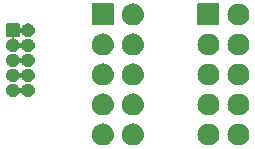
<source format=gbr>
%TF.GenerationSoftware,KiCad,Pcbnew,8.0.3*%
%TF.CreationDate,2024-06-16T20:35:08-04:00*%
%TF.ProjectId,JTAGAdapter,4a544147-4164-4617-9074-65722e6b6963,rev?*%
%TF.SameCoordinates,Original*%
%TF.FileFunction,Soldermask,Bot*%
%TF.FilePolarity,Negative*%
%FSLAX46Y46*%
G04 Gerber Fmt 4.6, Leading zero omitted, Abs format (unit mm)*
G04 Created by KiCad (PCBNEW 8.0.3) date 2024-06-16 20:35:08*
%MOMM*%
%LPD*%
G01*
G04 APERTURE LIST*
G04 APERTURE END LIST*
G36*
X136794664Y-95738595D02*
G01*
X136843211Y-95738595D01*
X136885132Y-95747505D01*
X136927374Y-95751666D01*
X136980439Y-95767763D01*
X137033386Y-95779017D01*
X137067266Y-95794101D01*
X137101780Y-95804571D01*
X137156631Y-95833889D01*
X137211000Y-95858096D01*
X137236275Y-95876460D01*
X137262513Y-95890484D01*
X137316033Y-95934407D01*
X137368291Y-95972375D01*
X137385259Y-95991220D01*
X137403395Y-96006104D01*
X137452133Y-96065491D01*
X137498386Y-96116860D01*
X137508101Y-96133688D01*
X137519015Y-96146986D01*
X137559387Y-96222517D01*
X137595597Y-96285235D01*
X137599762Y-96298054D01*
X137604928Y-96307719D01*
X137633404Y-96401595D01*
X137655677Y-96470142D01*
X137656461Y-96477602D01*
X137657833Y-96482125D01*
X137671184Y-96617684D01*
X137676000Y-96663500D01*
X137671184Y-96709319D01*
X137657833Y-96844874D01*
X137656461Y-96849395D01*
X137655677Y-96856858D01*
X137633400Y-96925418D01*
X137604928Y-97019280D01*
X137599763Y-97028942D01*
X137595597Y-97041765D01*
X137559379Y-97104495D01*
X137519015Y-97180013D01*
X137508103Y-97193308D01*
X137498386Y-97210140D01*
X137452124Y-97261518D01*
X137403395Y-97320895D01*
X137385263Y-97335775D01*
X137368291Y-97354625D01*
X137316022Y-97392600D01*
X137262513Y-97436515D01*
X137236281Y-97450536D01*
X137211000Y-97468904D01*
X137156620Y-97493115D01*
X137101780Y-97522428D01*
X137067273Y-97532895D01*
X137033386Y-97547983D01*
X136980428Y-97559239D01*
X136927374Y-97575333D01*
X136885141Y-97579492D01*
X136843211Y-97588405D01*
X136794653Y-97588405D01*
X136746000Y-97593197D01*
X136697346Y-97588405D01*
X136648789Y-97588405D01*
X136606859Y-97579492D01*
X136564625Y-97575333D01*
X136511567Y-97559238D01*
X136458614Y-97547983D01*
X136424729Y-97532896D01*
X136390219Y-97522428D01*
X136335373Y-97493112D01*
X136281000Y-97468904D01*
X136255721Y-97450538D01*
X136229486Y-97436515D01*
X136175968Y-97392593D01*
X136123709Y-97354625D01*
X136106739Y-97335778D01*
X136088604Y-97320895D01*
X136039864Y-97261506D01*
X135993614Y-97210140D01*
X135983898Y-97193312D01*
X135972984Y-97180013D01*
X135932606Y-97104471D01*
X135896403Y-97041765D01*
X135892238Y-97028947D01*
X135887071Y-97019280D01*
X135858584Y-96925372D01*
X135836323Y-96856858D01*
X135835539Y-96849400D01*
X135834166Y-96844874D01*
X135820799Y-96709168D01*
X135816000Y-96663500D01*
X135820799Y-96617835D01*
X135834166Y-96482125D01*
X135835539Y-96477597D01*
X135836323Y-96470142D01*
X135858580Y-96401641D01*
X135887071Y-96307719D01*
X135892239Y-96298050D01*
X135896403Y-96285235D01*
X135932599Y-96222540D01*
X135972984Y-96146986D01*
X135983900Y-96133684D01*
X135993614Y-96116860D01*
X136039855Y-96065503D01*
X136088604Y-96006104D01*
X136106743Y-95991217D01*
X136123709Y-95972375D01*
X136175957Y-95934413D01*
X136229486Y-95890484D01*
X136255726Y-95876458D01*
X136281000Y-95858096D01*
X136335362Y-95833892D01*
X136390219Y-95804571D01*
X136424736Y-95794100D01*
X136458614Y-95779017D01*
X136511556Y-95767763D01*
X136564625Y-95751666D01*
X136606867Y-95747505D01*
X136648789Y-95738595D01*
X136697336Y-95738595D01*
X136746000Y-95733802D01*
X136794664Y-95738595D01*
G37*
G36*
X139334664Y-95738595D02*
G01*
X139383211Y-95738595D01*
X139425132Y-95747505D01*
X139467374Y-95751666D01*
X139520439Y-95767763D01*
X139573386Y-95779017D01*
X139607266Y-95794101D01*
X139641780Y-95804571D01*
X139696631Y-95833889D01*
X139751000Y-95858096D01*
X139776275Y-95876460D01*
X139802513Y-95890484D01*
X139856033Y-95934407D01*
X139908291Y-95972375D01*
X139925259Y-95991220D01*
X139943395Y-96006104D01*
X139992133Y-96065491D01*
X140038386Y-96116860D01*
X140048101Y-96133688D01*
X140059015Y-96146986D01*
X140099387Y-96222517D01*
X140135597Y-96285235D01*
X140139762Y-96298054D01*
X140144928Y-96307719D01*
X140173404Y-96401595D01*
X140195677Y-96470142D01*
X140196461Y-96477602D01*
X140197833Y-96482125D01*
X140211184Y-96617684D01*
X140216000Y-96663500D01*
X140211184Y-96709319D01*
X140197833Y-96844874D01*
X140196461Y-96849395D01*
X140195677Y-96856858D01*
X140173400Y-96925418D01*
X140144928Y-97019280D01*
X140139763Y-97028942D01*
X140135597Y-97041765D01*
X140099379Y-97104495D01*
X140059015Y-97180013D01*
X140048103Y-97193308D01*
X140038386Y-97210140D01*
X139992124Y-97261518D01*
X139943395Y-97320895D01*
X139925263Y-97335775D01*
X139908291Y-97354625D01*
X139856022Y-97392600D01*
X139802513Y-97436515D01*
X139776281Y-97450536D01*
X139751000Y-97468904D01*
X139696620Y-97493115D01*
X139641780Y-97522428D01*
X139607273Y-97532895D01*
X139573386Y-97547983D01*
X139520428Y-97559239D01*
X139467374Y-97575333D01*
X139425141Y-97579492D01*
X139383211Y-97588405D01*
X139334653Y-97588405D01*
X139286000Y-97593197D01*
X139237346Y-97588405D01*
X139188789Y-97588405D01*
X139146859Y-97579492D01*
X139104625Y-97575333D01*
X139051567Y-97559238D01*
X138998614Y-97547983D01*
X138964729Y-97532896D01*
X138930219Y-97522428D01*
X138875373Y-97493112D01*
X138821000Y-97468904D01*
X138795721Y-97450538D01*
X138769486Y-97436515D01*
X138715968Y-97392593D01*
X138663709Y-97354625D01*
X138646739Y-97335778D01*
X138628604Y-97320895D01*
X138579864Y-97261506D01*
X138533614Y-97210140D01*
X138523898Y-97193312D01*
X138512984Y-97180013D01*
X138472606Y-97104471D01*
X138436403Y-97041765D01*
X138432238Y-97028947D01*
X138427071Y-97019280D01*
X138398584Y-96925372D01*
X138376323Y-96856858D01*
X138375539Y-96849400D01*
X138374166Y-96844874D01*
X138360799Y-96709168D01*
X138356000Y-96663500D01*
X138360799Y-96617835D01*
X138374166Y-96482125D01*
X138375539Y-96477597D01*
X138376323Y-96470142D01*
X138398580Y-96401641D01*
X138427071Y-96307719D01*
X138432239Y-96298050D01*
X138436403Y-96285235D01*
X138472599Y-96222540D01*
X138512984Y-96146986D01*
X138523900Y-96133684D01*
X138533614Y-96116860D01*
X138579855Y-96065503D01*
X138628604Y-96006104D01*
X138646743Y-95991217D01*
X138663709Y-95972375D01*
X138715957Y-95934413D01*
X138769486Y-95890484D01*
X138795726Y-95876458D01*
X138821000Y-95858096D01*
X138875362Y-95833892D01*
X138930219Y-95804571D01*
X138964736Y-95794100D01*
X138998614Y-95779017D01*
X139051556Y-95767763D01*
X139104625Y-95751666D01*
X139146867Y-95747505D01*
X139188789Y-95738595D01*
X139237336Y-95738595D01*
X139286000Y-95733802D01*
X139334664Y-95738595D01*
G37*
G36*
X127845664Y-95734095D02*
G01*
X127894211Y-95734095D01*
X127936132Y-95743005D01*
X127978374Y-95747166D01*
X128031439Y-95763263D01*
X128084386Y-95774517D01*
X128118266Y-95789601D01*
X128152780Y-95800071D01*
X128207631Y-95829389D01*
X128262000Y-95853596D01*
X128287275Y-95871960D01*
X128313513Y-95885984D01*
X128367033Y-95929907D01*
X128419291Y-95967875D01*
X128436259Y-95986720D01*
X128454395Y-96001604D01*
X128503133Y-96060991D01*
X128549386Y-96112360D01*
X128559101Y-96129188D01*
X128570015Y-96142486D01*
X128610387Y-96218017D01*
X128646597Y-96280735D01*
X128650762Y-96293554D01*
X128655928Y-96303219D01*
X128684404Y-96397095D01*
X128706677Y-96465642D01*
X128707461Y-96473102D01*
X128708833Y-96477625D01*
X128722184Y-96613184D01*
X128727000Y-96659000D01*
X128722184Y-96704819D01*
X128708833Y-96840374D01*
X128707461Y-96844895D01*
X128706677Y-96852358D01*
X128684400Y-96920918D01*
X128655928Y-97014780D01*
X128650763Y-97024442D01*
X128646597Y-97037265D01*
X128610379Y-97099995D01*
X128570015Y-97175513D01*
X128559103Y-97188808D01*
X128549386Y-97205640D01*
X128503124Y-97257018D01*
X128454395Y-97316395D01*
X128436263Y-97331275D01*
X128419291Y-97350125D01*
X128367022Y-97388100D01*
X128313513Y-97432015D01*
X128287281Y-97446036D01*
X128262000Y-97464404D01*
X128207620Y-97488615D01*
X128152780Y-97517928D01*
X128118273Y-97528395D01*
X128084386Y-97543483D01*
X128031428Y-97554739D01*
X127978374Y-97570833D01*
X127936141Y-97574992D01*
X127894211Y-97583905D01*
X127845653Y-97583905D01*
X127797000Y-97588697D01*
X127748346Y-97583905D01*
X127699789Y-97583905D01*
X127657859Y-97574992D01*
X127615625Y-97570833D01*
X127562567Y-97554738D01*
X127509614Y-97543483D01*
X127475729Y-97528396D01*
X127441219Y-97517928D01*
X127386373Y-97488612D01*
X127332000Y-97464404D01*
X127306721Y-97446038D01*
X127280486Y-97432015D01*
X127226968Y-97388093D01*
X127174709Y-97350125D01*
X127157739Y-97331278D01*
X127139604Y-97316395D01*
X127090864Y-97257006D01*
X127044614Y-97205640D01*
X127034898Y-97188812D01*
X127023984Y-97175513D01*
X126983606Y-97099971D01*
X126947403Y-97037265D01*
X126943238Y-97024447D01*
X126938071Y-97014780D01*
X126909584Y-96920872D01*
X126887323Y-96852358D01*
X126886539Y-96844900D01*
X126885166Y-96840374D01*
X126871799Y-96704668D01*
X126867000Y-96659000D01*
X126871799Y-96613335D01*
X126885166Y-96477625D01*
X126886539Y-96473097D01*
X126887323Y-96465642D01*
X126909580Y-96397141D01*
X126938071Y-96303219D01*
X126943239Y-96293550D01*
X126947403Y-96280735D01*
X126983599Y-96218040D01*
X127023984Y-96142486D01*
X127034900Y-96129184D01*
X127044614Y-96112360D01*
X127090855Y-96061003D01*
X127139604Y-96001604D01*
X127157743Y-95986717D01*
X127174709Y-95967875D01*
X127226957Y-95929913D01*
X127280486Y-95885984D01*
X127306726Y-95871958D01*
X127332000Y-95853596D01*
X127386362Y-95829392D01*
X127441219Y-95800071D01*
X127475736Y-95789600D01*
X127509614Y-95774517D01*
X127562556Y-95763263D01*
X127615625Y-95747166D01*
X127657867Y-95743005D01*
X127699789Y-95734095D01*
X127748336Y-95734095D01*
X127797000Y-95729302D01*
X127845664Y-95734095D01*
G37*
G36*
X130385664Y-95734095D02*
G01*
X130434211Y-95734095D01*
X130476132Y-95743005D01*
X130518374Y-95747166D01*
X130571439Y-95763263D01*
X130624386Y-95774517D01*
X130658266Y-95789601D01*
X130692780Y-95800071D01*
X130747631Y-95829389D01*
X130802000Y-95853596D01*
X130827275Y-95871960D01*
X130853513Y-95885984D01*
X130907033Y-95929907D01*
X130959291Y-95967875D01*
X130976259Y-95986720D01*
X130994395Y-96001604D01*
X131043133Y-96060991D01*
X131089386Y-96112360D01*
X131099101Y-96129188D01*
X131110015Y-96142486D01*
X131150387Y-96218017D01*
X131186597Y-96280735D01*
X131190762Y-96293554D01*
X131195928Y-96303219D01*
X131224404Y-96397095D01*
X131246677Y-96465642D01*
X131247461Y-96473102D01*
X131248833Y-96477625D01*
X131262184Y-96613184D01*
X131267000Y-96659000D01*
X131262184Y-96704819D01*
X131248833Y-96840374D01*
X131247461Y-96844895D01*
X131246677Y-96852358D01*
X131224400Y-96920918D01*
X131195928Y-97014780D01*
X131190763Y-97024442D01*
X131186597Y-97037265D01*
X131150379Y-97099995D01*
X131110015Y-97175513D01*
X131099103Y-97188808D01*
X131089386Y-97205640D01*
X131043124Y-97257018D01*
X130994395Y-97316395D01*
X130976263Y-97331275D01*
X130959291Y-97350125D01*
X130907022Y-97388100D01*
X130853513Y-97432015D01*
X130827281Y-97446036D01*
X130802000Y-97464404D01*
X130747620Y-97488615D01*
X130692780Y-97517928D01*
X130658273Y-97528395D01*
X130624386Y-97543483D01*
X130571428Y-97554739D01*
X130518374Y-97570833D01*
X130476141Y-97574992D01*
X130434211Y-97583905D01*
X130385653Y-97583905D01*
X130337000Y-97588697D01*
X130288346Y-97583905D01*
X130239789Y-97583905D01*
X130197859Y-97574992D01*
X130155625Y-97570833D01*
X130102567Y-97554738D01*
X130049614Y-97543483D01*
X130015729Y-97528396D01*
X129981219Y-97517928D01*
X129926373Y-97488612D01*
X129872000Y-97464404D01*
X129846721Y-97446038D01*
X129820486Y-97432015D01*
X129766968Y-97388093D01*
X129714709Y-97350125D01*
X129697739Y-97331278D01*
X129679604Y-97316395D01*
X129630864Y-97257006D01*
X129584614Y-97205640D01*
X129574898Y-97188812D01*
X129563984Y-97175513D01*
X129523606Y-97099971D01*
X129487403Y-97037265D01*
X129483238Y-97024447D01*
X129478071Y-97014780D01*
X129449584Y-96920872D01*
X129427323Y-96852358D01*
X129426539Y-96844900D01*
X129425166Y-96840374D01*
X129411799Y-96704668D01*
X129407000Y-96659000D01*
X129411799Y-96613335D01*
X129425166Y-96477625D01*
X129426539Y-96473097D01*
X129427323Y-96465642D01*
X129449580Y-96397141D01*
X129478071Y-96303219D01*
X129483239Y-96293550D01*
X129487403Y-96280735D01*
X129523599Y-96218040D01*
X129563984Y-96142486D01*
X129574900Y-96129184D01*
X129584614Y-96112360D01*
X129630855Y-96061003D01*
X129679604Y-96001604D01*
X129697743Y-95986717D01*
X129714709Y-95967875D01*
X129766957Y-95929913D01*
X129820486Y-95885984D01*
X129846726Y-95871958D01*
X129872000Y-95853596D01*
X129926362Y-95829392D01*
X129981219Y-95800071D01*
X130015736Y-95789600D01*
X130049614Y-95774517D01*
X130102556Y-95763263D01*
X130155625Y-95747166D01*
X130197867Y-95743005D01*
X130239789Y-95734095D01*
X130288336Y-95734095D01*
X130337000Y-95729302D01*
X130385664Y-95734095D01*
G37*
G36*
X136794664Y-93198595D02*
G01*
X136843211Y-93198595D01*
X136885132Y-93207505D01*
X136927374Y-93211666D01*
X136980439Y-93227763D01*
X137033386Y-93239017D01*
X137067266Y-93254101D01*
X137101780Y-93264571D01*
X137156631Y-93293889D01*
X137211000Y-93318096D01*
X137236275Y-93336460D01*
X137262513Y-93350484D01*
X137316033Y-93394407D01*
X137368291Y-93432375D01*
X137385259Y-93451220D01*
X137403395Y-93466104D01*
X137452133Y-93525491D01*
X137498386Y-93576860D01*
X137508101Y-93593688D01*
X137519015Y-93606986D01*
X137559387Y-93682517D01*
X137595597Y-93745235D01*
X137599762Y-93758054D01*
X137604928Y-93767719D01*
X137633404Y-93861595D01*
X137655677Y-93930142D01*
X137656461Y-93937602D01*
X137657833Y-93942125D01*
X137671184Y-94077684D01*
X137676000Y-94123500D01*
X137671184Y-94169319D01*
X137657833Y-94304874D01*
X137656461Y-94309395D01*
X137655677Y-94316858D01*
X137633400Y-94385418D01*
X137604928Y-94479280D01*
X137599763Y-94488942D01*
X137595597Y-94501765D01*
X137559379Y-94564495D01*
X137519015Y-94640013D01*
X137508103Y-94653308D01*
X137498386Y-94670140D01*
X137452124Y-94721518D01*
X137403395Y-94780895D01*
X137385263Y-94795775D01*
X137368291Y-94814625D01*
X137316022Y-94852600D01*
X137262513Y-94896515D01*
X137236281Y-94910536D01*
X137211000Y-94928904D01*
X137156620Y-94953115D01*
X137101780Y-94982428D01*
X137067273Y-94992895D01*
X137033386Y-95007983D01*
X136980428Y-95019239D01*
X136927374Y-95035333D01*
X136885141Y-95039492D01*
X136843211Y-95048405D01*
X136794653Y-95048405D01*
X136746000Y-95053197D01*
X136697346Y-95048405D01*
X136648789Y-95048405D01*
X136606859Y-95039492D01*
X136564625Y-95035333D01*
X136511567Y-95019238D01*
X136458614Y-95007983D01*
X136424729Y-94992896D01*
X136390219Y-94982428D01*
X136335373Y-94953112D01*
X136281000Y-94928904D01*
X136255721Y-94910538D01*
X136229486Y-94896515D01*
X136175968Y-94852593D01*
X136123709Y-94814625D01*
X136106739Y-94795778D01*
X136088604Y-94780895D01*
X136039864Y-94721506D01*
X135993614Y-94670140D01*
X135983898Y-94653312D01*
X135972984Y-94640013D01*
X135932606Y-94564471D01*
X135896403Y-94501765D01*
X135892238Y-94488947D01*
X135887071Y-94479280D01*
X135858584Y-94385372D01*
X135836323Y-94316858D01*
X135835539Y-94309400D01*
X135834166Y-94304874D01*
X135820799Y-94169168D01*
X135816000Y-94123500D01*
X135820799Y-94077835D01*
X135834166Y-93942125D01*
X135835539Y-93937597D01*
X135836323Y-93930142D01*
X135858580Y-93861641D01*
X135887071Y-93767719D01*
X135892239Y-93758050D01*
X135896403Y-93745235D01*
X135932599Y-93682540D01*
X135972984Y-93606986D01*
X135983900Y-93593684D01*
X135993614Y-93576860D01*
X136039855Y-93525503D01*
X136088604Y-93466104D01*
X136106743Y-93451217D01*
X136123709Y-93432375D01*
X136175957Y-93394413D01*
X136229486Y-93350484D01*
X136255726Y-93336458D01*
X136281000Y-93318096D01*
X136335362Y-93293892D01*
X136390219Y-93264571D01*
X136424736Y-93254100D01*
X136458614Y-93239017D01*
X136511556Y-93227763D01*
X136564625Y-93211666D01*
X136606867Y-93207505D01*
X136648789Y-93198595D01*
X136697336Y-93198595D01*
X136746000Y-93193802D01*
X136794664Y-93198595D01*
G37*
G36*
X139334664Y-93198595D02*
G01*
X139383211Y-93198595D01*
X139425132Y-93207505D01*
X139467374Y-93211666D01*
X139520439Y-93227763D01*
X139573386Y-93239017D01*
X139607266Y-93254101D01*
X139641780Y-93264571D01*
X139696631Y-93293889D01*
X139751000Y-93318096D01*
X139776275Y-93336460D01*
X139802513Y-93350484D01*
X139856033Y-93394407D01*
X139908291Y-93432375D01*
X139925259Y-93451220D01*
X139943395Y-93466104D01*
X139992133Y-93525491D01*
X140038386Y-93576860D01*
X140048101Y-93593688D01*
X140059015Y-93606986D01*
X140099387Y-93682517D01*
X140135597Y-93745235D01*
X140139762Y-93758054D01*
X140144928Y-93767719D01*
X140173404Y-93861595D01*
X140195677Y-93930142D01*
X140196461Y-93937602D01*
X140197833Y-93942125D01*
X140211184Y-94077684D01*
X140216000Y-94123500D01*
X140211184Y-94169319D01*
X140197833Y-94304874D01*
X140196461Y-94309395D01*
X140195677Y-94316858D01*
X140173400Y-94385418D01*
X140144928Y-94479280D01*
X140139763Y-94488942D01*
X140135597Y-94501765D01*
X140099379Y-94564495D01*
X140059015Y-94640013D01*
X140048103Y-94653308D01*
X140038386Y-94670140D01*
X139992124Y-94721518D01*
X139943395Y-94780895D01*
X139925263Y-94795775D01*
X139908291Y-94814625D01*
X139856022Y-94852600D01*
X139802513Y-94896515D01*
X139776281Y-94910536D01*
X139751000Y-94928904D01*
X139696620Y-94953115D01*
X139641780Y-94982428D01*
X139607273Y-94992895D01*
X139573386Y-95007983D01*
X139520428Y-95019239D01*
X139467374Y-95035333D01*
X139425141Y-95039492D01*
X139383211Y-95048405D01*
X139334653Y-95048405D01*
X139286000Y-95053197D01*
X139237346Y-95048405D01*
X139188789Y-95048405D01*
X139146859Y-95039492D01*
X139104625Y-95035333D01*
X139051567Y-95019238D01*
X138998614Y-95007983D01*
X138964729Y-94992896D01*
X138930219Y-94982428D01*
X138875373Y-94953112D01*
X138821000Y-94928904D01*
X138795721Y-94910538D01*
X138769486Y-94896515D01*
X138715968Y-94852593D01*
X138663709Y-94814625D01*
X138646739Y-94795778D01*
X138628604Y-94780895D01*
X138579864Y-94721506D01*
X138533614Y-94670140D01*
X138523898Y-94653312D01*
X138512984Y-94640013D01*
X138472606Y-94564471D01*
X138436403Y-94501765D01*
X138432238Y-94488947D01*
X138427071Y-94479280D01*
X138398584Y-94385372D01*
X138376323Y-94316858D01*
X138375539Y-94309400D01*
X138374166Y-94304874D01*
X138360799Y-94169168D01*
X138356000Y-94123500D01*
X138360799Y-94077835D01*
X138374166Y-93942125D01*
X138375539Y-93937597D01*
X138376323Y-93930142D01*
X138398580Y-93861641D01*
X138427071Y-93767719D01*
X138432239Y-93758050D01*
X138436403Y-93745235D01*
X138472599Y-93682540D01*
X138512984Y-93606986D01*
X138523900Y-93593684D01*
X138533614Y-93576860D01*
X138579855Y-93525503D01*
X138628604Y-93466104D01*
X138646743Y-93451217D01*
X138663709Y-93432375D01*
X138715957Y-93394413D01*
X138769486Y-93350484D01*
X138795726Y-93336458D01*
X138821000Y-93318096D01*
X138875362Y-93293892D01*
X138930219Y-93264571D01*
X138964736Y-93254100D01*
X138998614Y-93239017D01*
X139051556Y-93227763D01*
X139104625Y-93211666D01*
X139146867Y-93207505D01*
X139188789Y-93198595D01*
X139237336Y-93198595D01*
X139286000Y-93193802D01*
X139334664Y-93198595D01*
G37*
G36*
X127845664Y-93194095D02*
G01*
X127894211Y-93194095D01*
X127936132Y-93203005D01*
X127978374Y-93207166D01*
X128031439Y-93223263D01*
X128084386Y-93234517D01*
X128118266Y-93249601D01*
X128152780Y-93260071D01*
X128207631Y-93289389D01*
X128262000Y-93313596D01*
X128287275Y-93331960D01*
X128313513Y-93345984D01*
X128367033Y-93389907D01*
X128419291Y-93427875D01*
X128436259Y-93446720D01*
X128454395Y-93461604D01*
X128503133Y-93520991D01*
X128549386Y-93572360D01*
X128559101Y-93589188D01*
X128570015Y-93602486D01*
X128610387Y-93678017D01*
X128646597Y-93740735D01*
X128650762Y-93753554D01*
X128655928Y-93763219D01*
X128684404Y-93857095D01*
X128706677Y-93925642D01*
X128707461Y-93933102D01*
X128708833Y-93937625D01*
X128722184Y-94073184D01*
X128727000Y-94119000D01*
X128722184Y-94164819D01*
X128708833Y-94300374D01*
X128707461Y-94304895D01*
X128706677Y-94312358D01*
X128684400Y-94380918D01*
X128655928Y-94474780D01*
X128650763Y-94484442D01*
X128646597Y-94497265D01*
X128610379Y-94559995D01*
X128570015Y-94635513D01*
X128559103Y-94648808D01*
X128549386Y-94665640D01*
X128503124Y-94717018D01*
X128454395Y-94776395D01*
X128436263Y-94791275D01*
X128419291Y-94810125D01*
X128367022Y-94848100D01*
X128313513Y-94892015D01*
X128287281Y-94906036D01*
X128262000Y-94924404D01*
X128207620Y-94948615D01*
X128152780Y-94977928D01*
X128118273Y-94988395D01*
X128084386Y-95003483D01*
X128031428Y-95014739D01*
X127978374Y-95030833D01*
X127936141Y-95034992D01*
X127894211Y-95043905D01*
X127845653Y-95043905D01*
X127797000Y-95048697D01*
X127748346Y-95043905D01*
X127699789Y-95043905D01*
X127657859Y-95034992D01*
X127615625Y-95030833D01*
X127562567Y-95014738D01*
X127509614Y-95003483D01*
X127475729Y-94988396D01*
X127441219Y-94977928D01*
X127386373Y-94948612D01*
X127332000Y-94924404D01*
X127306721Y-94906038D01*
X127280486Y-94892015D01*
X127226968Y-94848093D01*
X127174709Y-94810125D01*
X127157739Y-94791278D01*
X127139604Y-94776395D01*
X127090864Y-94717006D01*
X127044614Y-94665640D01*
X127034898Y-94648812D01*
X127023984Y-94635513D01*
X126983606Y-94559971D01*
X126947403Y-94497265D01*
X126943238Y-94484447D01*
X126938071Y-94474780D01*
X126909584Y-94380872D01*
X126887323Y-94312358D01*
X126886539Y-94304900D01*
X126885166Y-94300374D01*
X126871799Y-94164668D01*
X126867000Y-94119000D01*
X126871799Y-94073335D01*
X126885166Y-93937625D01*
X126886539Y-93933097D01*
X126887323Y-93925642D01*
X126909580Y-93857141D01*
X126938071Y-93763219D01*
X126943239Y-93753550D01*
X126947403Y-93740735D01*
X126983599Y-93678040D01*
X127023984Y-93602486D01*
X127034900Y-93589184D01*
X127044614Y-93572360D01*
X127090855Y-93521003D01*
X127139604Y-93461604D01*
X127157743Y-93446717D01*
X127174709Y-93427875D01*
X127226957Y-93389913D01*
X127280486Y-93345984D01*
X127306726Y-93331958D01*
X127332000Y-93313596D01*
X127386362Y-93289392D01*
X127441219Y-93260071D01*
X127475736Y-93249600D01*
X127509614Y-93234517D01*
X127562556Y-93223263D01*
X127615625Y-93207166D01*
X127657867Y-93203005D01*
X127699789Y-93194095D01*
X127748336Y-93194095D01*
X127797000Y-93189302D01*
X127845664Y-93194095D01*
G37*
G36*
X130385664Y-93194095D02*
G01*
X130434211Y-93194095D01*
X130476132Y-93203005D01*
X130518374Y-93207166D01*
X130571439Y-93223263D01*
X130624386Y-93234517D01*
X130658266Y-93249601D01*
X130692780Y-93260071D01*
X130747631Y-93289389D01*
X130802000Y-93313596D01*
X130827275Y-93331960D01*
X130853513Y-93345984D01*
X130907033Y-93389907D01*
X130959291Y-93427875D01*
X130976259Y-93446720D01*
X130994395Y-93461604D01*
X131043133Y-93520991D01*
X131089386Y-93572360D01*
X131099101Y-93589188D01*
X131110015Y-93602486D01*
X131150387Y-93678017D01*
X131186597Y-93740735D01*
X131190762Y-93753554D01*
X131195928Y-93763219D01*
X131224404Y-93857095D01*
X131246677Y-93925642D01*
X131247461Y-93933102D01*
X131248833Y-93937625D01*
X131262184Y-94073184D01*
X131267000Y-94119000D01*
X131262184Y-94164819D01*
X131248833Y-94300374D01*
X131247461Y-94304895D01*
X131246677Y-94312358D01*
X131224400Y-94380918D01*
X131195928Y-94474780D01*
X131190763Y-94484442D01*
X131186597Y-94497265D01*
X131150379Y-94559995D01*
X131110015Y-94635513D01*
X131099103Y-94648808D01*
X131089386Y-94665640D01*
X131043124Y-94717018D01*
X130994395Y-94776395D01*
X130976263Y-94791275D01*
X130959291Y-94810125D01*
X130907022Y-94848100D01*
X130853513Y-94892015D01*
X130827281Y-94906036D01*
X130802000Y-94924404D01*
X130747620Y-94948615D01*
X130692780Y-94977928D01*
X130658273Y-94988395D01*
X130624386Y-95003483D01*
X130571428Y-95014739D01*
X130518374Y-95030833D01*
X130476141Y-95034992D01*
X130434211Y-95043905D01*
X130385653Y-95043905D01*
X130337000Y-95048697D01*
X130288346Y-95043905D01*
X130239789Y-95043905D01*
X130197859Y-95034992D01*
X130155625Y-95030833D01*
X130102567Y-95014738D01*
X130049614Y-95003483D01*
X130015729Y-94988396D01*
X129981219Y-94977928D01*
X129926373Y-94948612D01*
X129872000Y-94924404D01*
X129846721Y-94906038D01*
X129820486Y-94892015D01*
X129766968Y-94848093D01*
X129714709Y-94810125D01*
X129697739Y-94791278D01*
X129679604Y-94776395D01*
X129630864Y-94717006D01*
X129584614Y-94665640D01*
X129574898Y-94648812D01*
X129563984Y-94635513D01*
X129523606Y-94559971D01*
X129487403Y-94497265D01*
X129483238Y-94484447D01*
X129478071Y-94474780D01*
X129449584Y-94380872D01*
X129427323Y-94312358D01*
X129426539Y-94304900D01*
X129425166Y-94300374D01*
X129411799Y-94164668D01*
X129407000Y-94119000D01*
X129411799Y-94073335D01*
X129425166Y-93937625D01*
X129426539Y-93933097D01*
X129427323Y-93925642D01*
X129449580Y-93857141D01*
X129478071Y-93763219D01*
X129483239Y-93753550D01*
X129487403Y-93740735D01*
X129523599Y-93678040D01*
X129563984Y-93602486D01*
X129574900Y-93589184D01*
X129584614Y-93572360D01*
X129630855Y-93521003D01*
X129679604Y-93461604D01*
X129697743Y-93446717D01*
X129714709Y-93427875D01*
X129766957Y-93389913D01*
X129820486Y-93345984D01*
X129846726Y-93331958D01*
X129872000Y-93313596D01*
X129926362Y-93289392D01*
X129981219Y-93260071D01*
X130015736Y-93249600D01*
X130049614Y-93234517D01*
X130102556Y-93223263D01*
X130155625Y-93207166D01*
X130197867Y-93203005D01*
X130239789Y-93194095D01*
X130288336Y-93194095D01*
X130337000Y-93189302D01*
X130385664Y-93194095D01*
G37*
G36*
X120721615Y-87267090D02*
G01*
X120747569Y-87284431D01*
X120764910Y-87310385D01*
X120771000Y-87341000D01*
X120771000Y-87776318D01*
X120888449Y-87783424D01*
X120898299Y-87702308D01*
X120899769Y-87698430D01*
X120900763Y-87690885D01*
X120922893Y-87637458D01*
X120947841Y-87571675D01*
X120953592Y-87563342D01*
X120958705Y-87551000D01*
X120992621Y-87506799D01*
X121027210Y-87456689D01*
X121039272Y-87446002D01*
X121050878Y-87430878D01*
X121091718Y-87399539D01*
X121131781Y-87364048D01*
X121151373Y-87353764D01*
X121171000Y-87338705D01*
X121214014Y-87320887D01*
X121255491Y-87299119D01*
X121282847Y-87292376D01*
X121310885Y-87280763D01*
X121351848Y-87275370D01*
X121391144Y-87265685D01*
X121425414Y-87265685D01*
X121461000Y-87261000D01*
X121496586Y-87265685D01*
X121530856Y-87265685D01*
X121570150Y-87275369D01*
X121611115Y-87280763D01*
X121639154Y-87292377D01*
X121666508Y-87299119D01*
X121707980Y-87320885D01*
X121751000Y-87338705D01*
X121770628Y-87353766D01*
X121790218Y-87364048D01*
X121830273Y-87399533D01*
X121871122Y-87430878D01*
X121882729Y-87446005D01*
X121894789Y-87456689D01*
X121929369Y-87506786D01*
X121963295Y-87551000D01*
X121968408Y-87563345D01*
X121974158Y-87571675D01*
X121999098Y-87637438D01*
X122021237Y-87690885D01*
X122022230Y-87698431D01*
X122023701Y-87702309D01*
X122035093Y-87796138D01*
X122041000Y-87841000D01*
X122035093Y-87885865D01*
X122023701Y-87979690D01*
X122022230Y-87983566D01*
X122021237Y-87991115D01*
X121999094Y-88044572D01*
X121974158Y-88110324D01*
X121968409Y-88118651D01*
X121963295Y-88131000D01*
X121929362Y-88175222D01*
X121894789Y-88225310D01*
X121882732Y-88235991D01*
X121871122Y-88251122D01*
X121830265Y-88282472D01*
X121790218Y-88317951D01*
X121770633Y-88328229D01*
X121751000Y-88343295D01*
X121707965Y-88361120D01*
X121666508Y-88382879D01*
X121639164Y-88389618D01*
X121611115Y-88401237D01*
X121570143Y-88406631D01*
X121487362Y-88427035D01*
X121487362Y-88524965D01*
X121570147Y-88545369D01*
X121611115Y-88550763D01*
X121639159Y-88562379D01*
X121666508Y-88569120D01*
X121707974Y-88590883D01*
X121751000Y-88608705D01*
X121770629Y-88623766D01*
X121790218Y-88634048D01*
X121830273Y-88669533D01*
X121871122Y-88700878D01*
X121882729Y-88716005D01*
X121894789Y-88726689D01*
X121929369Y-88776786D01*
X121963295Y-88821000D01*
X121968408Y-88833345D01*
X121974158Y-88841675D01*
X121999098Y-88907438D01*
X122021237Y-88960885D01*
X122022230Y-88968431D01*
X122023701Y-88972309D01*
X122035093Y-89066138D01*
X122041000Y-89111000D01*
X122035093Y-89155865D01*
X122023701Y-89249690D01*
X122022230Y-89253566D01*
X122021237Y-89261115D01*
X121999094Y-89314572D01*
X121974158Y-89380324D01*
X121968409Y-89388651D01*
X121963295Y-89401000D01*
X121929362Y-89445222D01*
X121894789Y-89495310D01*
X121882732Y-89505991D01*
X121871122Y-89521122D01*
X121830265Y-89552472D01*
X121790218Y-89587951D01*
X121770633Y-89598229D01*
X121751000Y-89613295D01*
X121707965Y-89631120D01*
X121666508Y-89652879D01*
X121639164Y-89659618D01*
X121611115Y-89671237D01*
X121570143Y-89676631D01*
X121487362Y-89697035D01*
X121487362Y-89794965D01*
X121570147Y-89815369D01*
X121611115Y-89820763D01*
X121639159Y-89832379D01*
X121666508Y-89839120D01*
X121707974Y-89860883D01*
X121751000Y-89878705D01*
X121770629Y-89893766D01*
X121790218Y-89904048D01*
X121830273Y-89939533D01*
X121871122Y-89970878D01*
X121882729Y-89986005D01*
X121894789Y-89996689D01*
X121929369Y-90046786D01*
X121963295Y-90091000D01*
X121968408Y-90103345D01*
X121974158Y-90111675D01*
X121999098Y-90177438D01*
X122021237Y-90230885D01*
X122022230Y-90238431D01*
X122023701Y-90242309D01*
X122035093Y-90336138D01*
X122041000Y-90381000D01*
X122035093Y-90425865D01*
X122023701Y-90519690D01*
X122022230Y-90523566D01*
X122021237Y-90531115D01*
X121999094Y-90584572D01*
X121974158Y-90650324D01*
X121968409Y-90658651D01*
X121963295Y-90671000D01*
X121929362Y-90715222D01*
X121894789Y-90765310D01*
X121882732Y-90775991D01*
X121871122Y-90791122D01*
X121830265Y-90822472D01*
X121790218Y-90857951D01*
X121770633Y-90868229D01*
X121751000Y-90883295D01*
X121707965Y-90901120D01*
X121666508Y-90922879D01*
X121639164Y-90929618D01*
X121611115Y-90941237D01*
X121570143Y-90946631D01*
X121487362Y-90967035D01*
X121487362Y-91064965D01*
X121570147Y-91085369D01*
X121611115Y-91090763D01*
X121639159Y-91102379D01*
X121666508Y-91109120D01*
X121707974Y-91130883D01*
X121751000Y-91148705D01*
X121770629Y-91163766D01*
X121790218Y-91174048D01*
X121830273Y-91209533D01*
X121871122Y-91240878D01*
X121882729Y-91256005D01*
X121894789Y-91266689D01*
X121929369Y-91316786D01*
X121963295Y-91361000D01*
X121968408Y-91373345D01*
X121974158Y-91381675D01*
X121999098Y-91447438D01*
X122021237Y-91500885D01*
X122022230Y-91508431D01*
X122023701Y-91512309D01*
X122035093Y-91606138D01*
X122041000Y-91651000D01*
X122035093Y-91695865D01*
X122023701Y-91789690D01*
X122022230Y-91793566D01*
X122021237Y-91801115D01*
X121999094Y-91854572D01*
X121974158Y-91920324D01*
X121968409Y-91928651D01*
X121963295Y-91941000D01*
X121929362Y-91985222D01*
X121894789Y-92035310D01*
X121882732Y-92045991D01*
X121871122Y-92061122D01*
X121830265Y-92092472D01*
X121790218Y-92127951D01*
X121770633Y-92138229D01*
X121751000Y-92153295D01*
X121707965Y-92171120D01*
X121666508Y-92192879D01*
X121639164Y-92199618D01*
X121611115Y-92211237D01*
X121570143Y-92216631D01*
X121487362Y-92237035D01*
X121487362Y-92334965D01*
X121570147Y-92355369D01*
X121611115Y-92360763D01*
X121639159Y-92372379D01*
X121666508Y-92379120D01*
X121707974Y-92400883D01*
X121751000Y-92418705D01*
X121770629Y-92433766D01*
X121790218Y-92444048D01*
X121830273Y-92479533D01*
X121871122Y-92510878D01*
X121882729Y-92526005D01*
X121894789Y-92536689D01*
X121929369Y-92586786D01*
X121963295Y-92631000D01*
X121968408Y-92643345D01*
X121974158Y-92651675D01*
X121999098Y-92717438D01*
X122021237Y-92770885D01*
X122022230Y-92778431D01*
X122023701Y-92782309D01*
X122035093Y-92876138D01*
X122041000Y-92921000D01*
X122035093Y-92965865D01*
X122023701Y-93059690D01*
X122022230Y-93063566D01*
X122021237Y-93071115D01*
X121999094Y-93124572D01*
X121974158Y-93190324D01*
X121968409Y-93198651D01*
X121963295Y-93211000D01*
X121929362Y-93255222D01*
X121894789Y-93305310D01*
X121882732Y-93315991D01*
X121871122Y-93331122D01*
X121830265Y-93362472D01*
X121790218Y-93397951D01*
X121770632Y-93408230D01*
X121751000Y-93423295D01*
X121707971Y-93441117D01*
X121666508Y-93462880D01*
X121639158Y-93469620D01*
X121611115Y-93481237D01*
X121570148Y-93486630D01*
X121530856Y-93496315D01*
X121496586Y-93496315D01*
X121461000Y-93501000D01*
X121425414Y-93496315D01*
X121391144Y-93496315D01*
X121351850Y-93486630D01*
X121310885Y-93481237D01*
X121282842Y-93469621D01*
X121255491Y-93462880D01*
X121214023Y-93441115D01*
X121171000Y-93423295D01*
X121151369Y-93408232D01*
X121131781Y-93397951D01*
X121091727Y-93362466D01*
X121050878Y-93331122D01*
X121039269Y-93315994D01*
X121027210Y-93305310D01*
X120992627Y-93255209D01*
X120958705Y-93211000D01*
X120953591Y-93198655D01*
X120947841Y-93190324D01*
X120922893Y-93124543D01*
X120900763Y-93071115D01*
X120899769Y-93063570D01*
X120898298Y-93059690D01*
X120886894Y-92965776D01*
X120881000Y-92921000D01*
X120886895Y-92876216D01*
X120898299Y-92782308D01*
X120899769Y-92778430D01*
X120900763Y-92770885D01*
X120922893Y-92717458D01*
X120947841Y-92651675D01*
X120953592Y-92643342D01*
X120958705Y-92631000D01*
X120992621Y-92586799D01*
X121027210Y-92536689D01*
X121039272Y-92526002D01*
X121050878Y-92510878D01*
X121091718Y-92479539D01*
X121131781Y-92444048D01*
X121151373Y-92433764D01*
X121171000Y-92418705D01*
X121214014Y-92400887D01*
X121255491Y-92379119D01*
X121282847Y-92372376D01*
X121310885Y-92360763D01*
X121351846Y-92355370D01*
X121434637Y-92334965D01*
X121434637Y-92237035D01*
X121351850Y-92216630D01*
X121310885Y-92211237D01*
X121282842Y-92199621D01*
X121255491Y-92192880D01*
X121214023Y-92171115D01*
X121171000Y-92153295D01*
X121151369Y-92138232D01*
X121131781Y-92127951D01*
X121091727Y-92092466D01*
X121050878Y-92061122D01*
X121039269Y-92045994D01*
X121027210Y-92035310D01*
X120992627Y-91985209D01*
X120958705Y-91941000D01*
X120953591Y-91928655D01*
X120947841Y-91920324D01*
X120922893Y-91854543D01*
X120900763Y-91801115D01*
X120899769Y-91793570D01*
X120898298Y-91789690D01*
X120886894Y-91695776D01*
X120881000Y-91651000D01*
X120886895Y-91606216D01*
X120898299Y-91512308D01*
X120899769Y-91508430D01*
X120900763Y-91500885D01*
X120922893Y-91447458D01*
X120947841Y-91381675D01*
X120953592Y-91373342D01*
X120958705Y-91361000D01*
X120992621Y-91316799D01*
X121027210Y-91266689D01*
X121039272Y-91256002D01*
X121050878Y-91240878D01*
X121091718Y-91209539D01*
X121131781Y-91174048D01*
X121151373Y-91163764D01*
X121171000Y-91148705D01*
X121214014Y-91130887D01*
X121255491Y-91109119D01*
X121282847Y-91102376D01*
X121310885Y-91090763D01*
X121351846Y-91085370D01*
X121434637Y-91064965D01*
X121434637Y-90967035D01*
X121351850Y-90946630D01*
X121310885Y-90941237D01*
X121282842Y-90929621D01*
X121255491Y-90922880D01*
X121214023Y-90901115D01*
X121171000Y-90883295D01*
X121151369Y-90868232D01*
X121131781Y-90857951D01*
X121091727Y-90822466D01*
X121050878Y-90791122D01*
X121039269Y-90775994D01*
X121027210Y-90765310D01*
X120992627Y-90715209D01*
X120958705Y-90671000D01*
X120953591Y-90658655D01*
X120947841Y-90650324D01*
X120922893Y-90584543D01*
X120900763Y-90531115D01*
X120899769Y-90523570D01*
X120898298Y-90519690D01*
X120886894Y-90425776D01*
X120881000Y-90381000D01*
X120886895Y-90336216D01*
X120898299Y-90242308D01*
X120899769Y-90238430D01*
X120900763Y-90230885D01*
X120922893Y-90177458D01*
X120947841Y-90111675D01*
X120953592Y-90103342D01*
X120958705Y-90091000D01*
X120992621Y-90046799D01*
X121027210Y-89996689D01*
X121039272Y-89986002D01*
X121050878Y-89970878D01*
X121091718Y-89939539D01*
X121131781Y-89904048D01*
X121151373Y-89893764D01*
X121171000Y-89878705D01*
X121214014Y-89860887D01*
X121255491Y-89839119D01*
X121282847Y-89832376D01*
X121310885Y-89820763D01*
X121351846Y-89815370D01*
X121434637Y-89794965D01*
X121434637Y-89697035D01*
X121351850Y-89676630D01*
X121310885Y-89671237D01*
X121282842Y-89659621D01*
X121255491Y-89652880D01*
X121214023Y-89631115D01*
X121171000Y-89613295D01*
X121151369Y-89598232D01*
X121131781Y-89587951D01*
X121091727Y-89552466D01*
X121050878Y-89521122D01*
X121039269Y-89505994D01*
X121027210Y-89495310D01*
X120992627Y-89445209D01*
X120958705Y-89401000D01*
X120953591Y-89388655D01*
X120947841Y-89380324D01*
X120922893Y-89314543D01*
X120900763Y-89261115D01*
X120899769Y-89253570D01*
X120898298Y-89249690D01*
X120886894Y-89155776D01*
X120881000Y-89111000D01*
X120886895Y-89066216D01*
X120898299Y-88972308D01*
X120899769Y-88968430D01*
X120900763Y-88960885D01*
X120922893Y-88907458D01*
X120947841Y-88841675D01*
X120953592Y-88833342D01*
X120958705Y-88821000D01*
X120992621Y-88776799D01*
X121027210Y-88726689D01*
X121039272Y-88716002D01*
X121050878Y-88700878D01*
X121091718Y-88669539D01*
X121131781Y-88634048D01*
X121151373Y-88623764D01*
X121171000Y-88608705D01*
X121214014Y-88590887D01*
X121255491Y-88569119D01*
X121282847Y-88562376D01*
X121310885Y-88550763D01*
X121351846Y-88545370D01*
X121434637Y-88524965D01*
X121434637Y-88427035D01*
X121351850Y-88406630D01*
X121310885Y-88401237D01*
X121282842Y-88389621D01*
X121255491Y-88382880D01*
X121214023Y-88361115D01*
X121171000Y-88343295D01*
X121151369Y-88328232D01*
X121131781Y-88317951D01*
X121091727Y-88282466D01*
X121050878Y-88251122D01*
X121039269Y-88235994D01*
X121027210Y-88225310D01*
X120992627Y-88175209D01*
X120958705Y-88131000D01*
X120953591Y-88118655D01*
X120947841Y-88110324D01*
X120922897Y-88044552D01*
X120900763Y-87991115D01*
X120899769Y-87983568D01*
X120898299Y-87979691D01*
X120888449Y-87898577D01*
X120771000Y-87905682D01*
X120771000Y-88341000D01*
X120764910Y-88371615D01*
X120747569Y-88397569D01*
X120721615Y-88414910D01*
X120691000Y-88421000D01*
X120254915Y-88421000D01*
X120241567Y-88530930D01*
X120300154Y-88545370D01*
X120341115Y-88550763D01*
X120369154Y-88562377D01*
X120396507Y-88569119D01*
X120437977Y-88590884D01*
X120481000Y-88608705D01*
X120500628Y-88623766D01*
X120520218Y-88634048D01*
X120560273Y-88669533D01*
X120601122Y-88700878D01*
X120612729Y-88716005D01*
X120624789Y-88726689D01*
X120659369Y-88776786D01*
X120693295Y-88821000D01*
X120698408Y-88833345D01*
X120704158Y-88841675D01*
X120729095Y-88907429D01*
X120751237Y-88960885D01*
X120752230Y-88968434D01*
X120753700Y-88972308D01*
X120765091Y-89066118D01*
X120771000Y-89111000D01*
X120765092Y-89155873D01*
X120753701Y-89249690D01*
X120752230Y-89253566D01*
X120751237Y-89261115D01*
X120729094Y-89314572D01*
X120704158Y-89380324D01*
X120698409Y-89388651D01*
X120693295Y-89401000D01*
X120659362Y-89445222D01*
X120624789Y-89495310D01*
X120612732Y-89505991D01*
X120601122Y-89521122D01*
X120560265Y-89552472D01*
X120520218Y-89587951D01*
X120500633Y-89598229D01*
X120481000Y-89613295D01*
X120437965Y-89631120D01*
X120396508Y-89652879D01*
X120369164Y-89659618D01*
X120341115Y-89671237D01*
X120300143Y-89676631D01*
X120217362Y-89697035D01*
X120217362Y-89794965D01*
X120300147Y-89815369D01*
X120341115Y-89820763D01*
X120369159Y-89832379D01*
X120396508Y-89839120D01*
X120437974Y-89860883D01*
X120481000Y-89878705D01*
X120500629Y-89893766D01*
X120520218Y-89904048D01*
X120560273Y-89939533D01*
X120601122Y-89970878D01*
X120612729Y-89986005D01*
X120624789Y-89996689D01*
X120659369Y-90046786D01*
X120693295Y-90091000D01*
X120698408Y-90103345D01*
X120704158Y-90111675D01*
X120729095Y-90177429D01*
X120751237Y-90230885D01*
X120752230Y-90238434D01*
X120753700Y-90242308D01*
X120765091Y-90336118D01*
X120771000Y-90381000D01*
X120765092Y-90425873D01*
X120753701Y-90519690D01*
X120752230Y-90523566D01*
X120751237Y-90531115D01*
X120729094Y-90584572D01*
X120704158Y-90650324D01*
X120698409Y-90658651D01*
X120693295Y-90671000D01*
X120659362Y-90715222D01*
X120624789Y-90765310D01*
X120612732Y-90775991D01*
X120601122Y-90791122D01*
X120560265Y-90822472D01*
X120520218Y-90857951D01*
X120500633Y-90868229D01*
X120481000Y-90883295D01*
X120437965Y-90901120D01*
X120396508Y-90922879D01*
X120369164Y-90929618D01*
X120341115Y-90941237D01*
X120300143Y-90946631D01*
X120217362Y-90967035D01*
X120217362Y-91064965D01*
X120300147Y-91085369D01*
X120341115Y-91090763D01*
X120369159Y-91102379D01*
X120396508Y-91109120D01*
X120437974Y-91130883D01*
X120481000Y-91148705D01*
X120500629Y-91163766D01*
X120520218Y-91174048D01*
X120560273Y-91209533D01*
X120601122Y-91240878D01*
X120612729Y-91256005D01*
X120624789Y-91266689D01*
X120659369Y-91316786D01*
X120693295Y-91361000D01*
X120698408Y-91373345D01*
X120704158Y-91381675D01*
X120729095Y-91447429D01*
X120751237Y-91500885D01*
X120752230Y-91508434D01*
X120753700Y-91512308D01*
X120765091Y-91606118D01*
X120771000Y-91651000D01*
X120765092Y-91695873D01*
X120753701Y-91789690D01*
X120752230Y-91793566D01*
X120751237Y-91801115D01*
X120729094Y-91854572D01*
X120704158Y-91920324D01*
X120698409Y-91928651D01*
X120693295Y-91941000D01*
X120659362Y-91985222D01*
X120624789Y-92035310D01*
X120612732Y-92045991D01*
X120601122Y-92061122D01*
X120560265Y-92092472D01*
X120520218Y-92127951D01*
X120500633Y-92138229D01*
X120481000Y-92153295D01*
X120437965Y-92171120D01*
X120396508Y-92192879D01*
X120369164Y-92199618D01*
X120341115Y-92211237D01*
X120300143Y-92216631D01*
X120217362Y-92237035D01*
X120217362Y-92334965D01*
X120300147Y-92355369D01*
X120341115Y-92360763D01*
X120369159Y-92372379D01*
X120396508Y-92379120D01*
X120437974Y-92400883D01*
X120481000Y-92418705D01*
X120500629Y-92433766D01*
X120520218Y-92444048D01*
X120560273Y-92479533D01*
X120601122Y-92510878D01*
X120612729Y-92526005D01*
X120624789Y-92536689D01*
X120659369Y-92586786D01*
X120693295Y-92631000D01*
X120698408Y-92643345D01*
X120704158Y-92651675D01*
X120729095Y-92717429D01*
X120751237Y-92770885D01*
X120752230Y-92778434D01*
X120753700Y-92782308D01*
X120765091Y-92876118D01*
X120771000Y-92921000D01*
X120765092Y-92965873D01*
X120753701Y-93059690D01*
X120752230Y-93063566D01*
X120751237Y-93071115D01*
X120729094Y-93124572D01*
X120704158Y-93190324D01*
X120698409Y-93198651D01*
X120693295Y-93211000D01*
X120659362Y-93255222D01*
X120624789Y-93305310D01*
X120612732Y-93315991D01*
X120601122Y-93331122D01*
X120560265Y-93362472D01*
X120520218Y-93397951D01*
X120500632Y-93408230D01*
X120481000Y-93423295D01*
X120437971Y-93441117D01*
X120396508Y-93462880D01*
X120369158Y-93469620D01*
X120341115Y-93481237D01*
X120300148Y-93486630D01*
X120260856Y-93496315D01*
X120226586Y-93496315D01*
X120191000Y-93501000D01*
X120155414Y-93496315D01*
X120121144Y-93496315D01*
X120081850Y-93486630D01*
X120040885Y-93481237D01*
X120012842Y-93469621D01*
X119985491Y-93462880D01*
X119944023Y-93441115D01*
X119901000Y-93423295D01*
X119881369Y-93408232D01*
X119861781Y-93397951D01*
X119821727Y-93362466D01*
X119780878Y-93331122D01*
X119769269Y-93315994D01*
X119757210Y-93305310D01*
X119722627Y-93255209D01*
X119688705Y-93211000D01*
X119683591Y-93198655D01*
X119677841Y-93190324D01*
X119652893Y-93124543D01*
X119630763Y-93071115D01*
X119629769Y-93063570D01*
X119628298Y-93059690D01*
X119616893Y-92965767D01*
X119611000Y-92921000D01*
X119616893Y-92876235D01*
X119628298Y-92782309D01*
X119629769Y-92778427D01*
X119630763Y-92770885D01*
X119652889Y-92717467D01*
X119677841Y-92651675D01*
X119683592Y-92643342D01*
X119688705Y-92631000D01*
X119722621Y-92586799D01*
X119757210Y-92536689D01*
X119769272Y-92526002D01*
X119780878Y-92510878D01*
X119821718Y-92479539D01*
X119861781Y-92444048D01*
X119881373Y-92433764D01*
X119901000Y-92418705D01*
X119944014Y-92400887D01*
X119985491Y-92379119D01*
X120012847Y-92372376D01*
X120040885Y-92360763D01*
X120081846Y-92355370D01*
X120164637Y-92334965D01*
X120164637Y-92237035D01*
X120081850Y-92216630D01*
X120040885Y-92211237D01*
X120012842Y-92199621D01*
X119985491Y-92192880D01*
X119944023Y-92171115D01*
X119901000Y-92153295D01*
X119881369Y-92138232D01*
X119861781Y-92127951D01*
X119821727Y-92092466D01*
X119780878Y-92061122D01*
X119769269Y-92045994D01*
X119757210Y-92035310D01*
X119722627Y-91985209D01*
X119688705Y-91941000D01*
X119683591Y-91928655D01*
X119677841Y-91920324D01*
X119652893Y-91854543D01*
X119630763Y-91801115D01*
X119629769Y-91793570D01*
X119628298Y-91789690D01*
X119616893Y-91695767D01*
X119611000Y-91651000D01*
X119616893Y-91606235D01*
X119628298Y-91512309D01*
X119629769Y-91508427D01*
X119630763Y-91500885D01*
X119652889Y-91447467D01*
X119677841Y-91381675D01*
X119683592Y-91373342D01*
X119688705Y-91361000D01*
X119722621Y-91316799D01*
X119757210Y-91266689D01*
X119769272Y-91256002D01*
X119780878Y-91240878D01*
X119821718Y-91209539D01*
X119861781Y-91174048D01*
X119881373Y-91163764D01*
X119901000Y-91148705D01*
X119944014Y-91130887D01*
X119985491Y-91109119D01*
X120012847Y-91102376D01*
X120040885Y-91090763D01*
X120081846Y-91085370D01*
X120164637Y-91064965D01*
X120164637Y-90967035D01*
X120081850Y-90946630D01*
X120040885Y-90941237D01*
X120012842Y-90929621D01*
X119985491Y-90922880D01*
X119944023Y-90901115D01*
X119901000Y-90883295D01*
X119881369Y-90868232D01*
X119861781Y-90857951D01*
X119821727Y-90822466D01*
X119780878Y-90791122D01*
X119769269Y-90775994D01*
X119757210Y-90765310D01*
X119722627Y-90715209D01*
X119688705Y-90671000D01*
X119683591Y-90658655D01*
X119677841Y-90650324D01*
X119652893Y-90584543D01*
X119630763Y-90531115D01*
X119629769Y-90523570D01*
X119628298Y-90519690D01*
X119616893Y-90425767D01*
X119611000Y-90381000D01*
X119616893Y-90336235D01*
X119628298Y-90242309D01*
X119629769Y-90238427D01*
X119630763Y-90230885D01*
X119652889Y-90177467D01*
X119677841Y-90111675D01*
X119683592Y-90103342D01*
X119688705Y-90091000D01*
X119722621Y-90046799D01*
X119757210Y-89996689D01*
X119769272Y-89986002D01*
X119780878Y-89970878D01*
X119821718Y-89939539D01*
X119861781Y-89904048D01*
X119881373Y-89893764D01*
X119901000Y-89878705D01*
X119944014Y-89860887D01*
X119985491Y-89839119D01*
X120012847Y-89832376D01*
X120040885Y-89820763D01*
X120081846Y-89815370D01*
X120164637Y-89794965D01*
X120164637Y-89697035D01*
X120081850Y-89676630D01*
X120040885Y-89671237D01*
X120012842Y-89659621D01*
X119985491Y-89652880D01*
X119944023Y-89631115D01*
X119901000Y-89613295D01*
X119881369Y-89598232D01*
X119861781Y-89587951D01*
X119821727Y-89552466D01*
X119780878Y-89521122D01*
X119769269Y-89505994D01*
X119757210Y-89495310D01*
X119722627Y-89445209D01*
X119688705Y-89401000D01*
X119683591Y-89388655D01*
X119677841Y-89380324D01*
X119652893Y-89314543D01*
X119630763Y-89261115D01*
X119629769Y-89253570D01*
X119628298Y-89249690D01*
X119616893Y-89155767D01*
X119611000Y-89111000D01*
X119616893Y-89066235D01*
X119628298Y-88972309D01*
X119629769Y-88968427D01*
X119630763Y-88960885D01*
X119652889Y-88907467D01*
X119677841Y-88841675D01*
X119683592Y-88833342D01*
X119688705Y-88821000D01*
X119722621Y-88776799D01*
X119757210Y-88726689D01*
X119769272Y-88716002D01*
X119780878Y-88700878D01*
X119821718Y-88669539D01*
X119861781Y-88634048D01*
X119881373Y-88623765D01*
X119901000Y-88608705D01*
X119944017Y-88590886D01*
X119985492Y-88569119D01*
X120012847Y-88562376D01*
X120040885Y-88550763D01*
X120081843Y-88545370D01*
X120140432Y-88530930D01*
X120127083Y-88421000D01*
X119691000Y-88421000D01*
X119660385Y-88414910D01*
X119634431Y-88397569D01*
X119617090Y-88371615D01*
X119611000Y-88341000D01*
X119611000Y-87341000D01*
X119617090Y-87310385D01*
X119634431Y-87284431D01*
X119660385Y-87267090D01*
X119691000Y-87261000D01*
X120691000Y-87261000D01*
X120721615Y-87267090D01*
G37*
G36*
X136794664Y-90658595D02*
G01*
X136843211Y-90658595D01*
X136885132Y-90667505D01*
X136927374Y-90671666D01*
X136980439Y-90687763D01*
X137033386Y-90699017D01*
X137067266Y-90714101D01*
X137101780Y-90724571D01*
X137156631Y-90753889D01*
X137211000Y-90778096D01*
X137236275Y-90796460D01*
X137262513Y-90810484D01*
X137316033Y-90854407D01*
X137368291Y-90892375D01*
X137385259Y-90911220D01*
X137403395Y-90926104D01*
X137452133Y-90985491D01*
X137498386Y-91036860D01*
X137508101Y-91053688D01*
X137519015Y-91066986D01*
X137559387Y-91142517D01*
X137595597Y-91205235D01*
X137599762Y-91218054D01*
X137604928Y-91227719D01*
X137633404Y-91321595D01*
X137655677Y-91390142D01*
X137656461Y-91397602D01*
X137657833Y-91402125D01*
X137671184Y-91537684D01*
X137676000Y-91583500D01*
X137671184Y-91629319D01*
X137657833Y-91764874D01*
X137656461Y-91769395D01*
X137655677Y-91776858D01*
X137633400Y-91845418D01*
X137604928Y-91939280D01*
X137599763Y-91948942D01*
X137595597Y-91961765D01*
X137559379Y-92024495D01*
X137519015Y-92100013D01*
X137508103Y-92113308D01*
X137498386Y-92130140D01*
X137452124Y-92181518D01*
X137403395Y-92240895D01*
X137385263Y-92255775D01*
X137368291Y-92274625D01*
X137316022Y-92312600D01*
X137262513Y-92356515D01*
X137236281Y-92370536D01*
X137211000Y-92388904D01*
X137156620Y-92413115D01*
X137101780Y-92442428D01*
X137067273Y-92452895D01*
X137033386Y-92467983D01*
X136980428Y-92479239D01*
X136927374Y-92495333D01*
X136885141Y-92499492D01*
X136843211Y-92508405D01*
X136794653Y-92508405D01*
X136746000Y-92513197D01*
X136697346Y-92508405D01*
X136648789Y-92508405D01*
X136606859Y-92499492D01*
X136564625Y-92495333D01*
X136511567Y-92479238D01*
X136458614Y-92467983D01*
X136424729Y-92452896D01*
X136390219Y-92442428D01*
X136335373Y-92413112D01*
X136281000Y-92388904D01*
X136255721Y-92370538D01*
X136229486Y-92356515D01*
X136175968Y-92312593D01*
X136123709Y-92274625D01*
X136106739Y-92255778D01*
X136088604Y-92240895D01*
X136039864Y-92181506D01*
X135993614Y-92130140D01*
X135983898Y-92113312D01*
X135972984Y-92100013D01*
X135932606Y-92024471D01*
X135896403Y-91961765D01*
X135892238Y-91948947D01*
X135887071Y-91939280D01*
X135858584Y-91845372D01*
X135836323Y-91776858D01*
X135835539Y-91769400D01*
X135834166Y-91764874D01*
X135820799Y-91629168D01*
X135816000Y-91583500D01*
X135820799Y-91537835D01*
X135834166Y-91402125D01*
X135835539Y-91397597D01*
X135836323Y-91390142D01*
X135858580Y-91321641D01*
X135887071Y-91227719D01*
X135892239Y-91218050D01*
X135896403Y-91205235D01*
X135932599Y-91142540D01*
X135972984Y-91066986D01*
X135983900Y-91053684D01*
X135993614Y-91036860D01*
X136039855Y-90985503D01*
X136088604Y-90926104D01*
X136106743Y-90911217D01*
X136123709Y-90892375D01*
X136175957Y-90854413D01*
X136229486Y-90810484D01*
X136255726Y-90796458D01*
X136281000Y-90778096D01*
X136335362Y-90753892D01*
X136390219Y-90724571D01*
X136424736Y-90714100D01*
X136458614Y-90699017D01*
X136511556Y-90687763D01*
X136564625Y-90671666D01*
X136606867Y-90667505D01*
X136648789Y-90658595D01*
X136697336Y-90658595D01*
X136746000Y-90653802D01*
X136794664Y-90658595D01*
G37*
G36*
X139334664Y-90658595D02*
G01*
X139383211Y-90658595D01*
X139425132Y-90667505D01*
X139467374Y-90671666D01*
X139520439Y-90687763D01*
X139573386Y-90699017D01*
X139607266Y-90714101D01*
X139641780Y-90724571D01*
X139696631Y-90753889D01*
X139751000Y-90778096D01*
X139776275Y-90796460D01*
X139802513Y-90810484D01*
X139856033Y-90854407D01*
X139908291Y-90892375D01*
X139925259Y-90911220D01*
X139943395Y-90926104D01*
X139992133Y-90985491D01*
X140038386Y-91036860D01*
X140048101Y-91053688D01*
X140059015Y-91066986D01*
X140099387Y-91142517D01*
X140135597Y-91205235D01*
X140139762Y-91218054D01*
X140144928Y-91227719D01*
X140173404Y-91321595D01*
X140195677Y-91390142D01*
X140196461Y-91397602D01*
X140197833Y-91402125D01*
X140211184Y-91537684D01*
X140216000Y-91583500D01*
X140211184Y-91629319D01*
X140197833Y-91764874D01*
X140196461Y-91769395D01*
X140195677Y-91776858D01*
X140173400Y-91845418D01*
X140144928Y-91939280D01*
X140139763Y-91948942D01*
X140135597Y-91961765D01*
X140099379Y-92024495D01*
X140059015Y-92100013D01*
X140048103Y-92113308D01*
X140038386Y-92130140D01*
X139992124Y-92181518D01*
X139943395Y-92240895D01*
X139925263Y-92255775D01*
X139908291Y-92274625D01*
X139856022Y-92312600D01*
X139802513Y-92356515D01*
X139776281Y-92370536D01*
X139751000Y-92388904D01*
X139696620Y-92413115D01*
X139641780Y-92442428D01*
X139607273Y-92452895D01*
X139573386Y-92467983D01*
X139520428Y-92479239D01*
X139467374Y-92495333D01*
X139425141Y-92499492D01*
X139383211Y-92508405D01*
X139334653Y-92508405D01*
X139286000Y-92513197D01*
X139237346Y-92508405D01*
X139188789Y-92508405D01*
X139146859Y-92499492D01*
X139104625Y-92495333D01*
X139051567Y-92479238D01*
X138998614Y-92467983D01*
X138964729Y-92452896D01*
X138930219Y-92442428D01*
X138875373Y-92413112D01*
X138821000Y-92388904D01*
X138795721Y-92370538D01*
X138769486Y-92356515D01*
X138715968Y-92312593D01*
X138663709Y-92274625D01*
X138646739Y-92255778D01*
X138628604Y-92240895D01*
X138579864Y-92181506D01*
X138533614Y-92130140D01*
X138523898Y-92113312D01*
X138512984Y-92100013D01*
X138472606Y-92024471D01*
X138436403Y-91961765D01*
X138432238Y-91948947D01*
X138427071Y-91939280D01*
X138398584Y-91845372D01*
X138376323Y-91776858D01*
X138375539Y-91769400D01*
X138374166Y-91764874D01*
X138360799Y-91629168D01*
X138356000Y-91583500D01*
X138360799Y-91537835D01*
X138374166Y-91402125D01*
X138375539Y-91397597D01*
X138376323Y-91390142D01*
X138398580Y-91321641D01*
X138427071Y-91227719D01*
X138432239Y-91218050D01*
X138436403Y-91205235D01*
X138472599Y-91142540D01*
X138512984Y-91066986D01*
X138523900Y-91053684D01*
X138533614Y-91036860D01*
X138579855Y-90985503D01*
X138628604Y-90926104D01*
X138646743Y-90911217D01*
X138663709Y-90892375D01*
X138715957Y-90854413D01*
X138769486Y-90810484D01*
X138795726Y-90796458D01*
X138821000Y-90778096D01*
X138875362Y-90753892D01*
X138930219Y-90724571D01*
X138964736Y-90714100D01*
X138998614Y-90699017D01*
X139051556Y-90687763D01*
X139104625Y-90671666D01*
X139146867Y-90667505D01*
X139188789Y-90658595D01*
X139237336Y-90658595D01*
X139286000Y-90653802D01*
X139334664Y-90658595D01*
G37*
G36*
X127845664Y-90654095D02*
G01*
X127894211Y-90654095D01*
X127936132Y-90663005D01*
X127978374Y-90667166D01*
X128031439Y-90683263D01*
X128084386Y-90694517D01*
X128118266Y-90709601D01*
X128152780Y-90720071D01*
X128207631Y-90749389D01*
X128262000Y-90773596D01*
X128287275Y-90791960D01*
X128313513Y-90805984D01*
X128367033Y-90849907D01*
X128419291Y-90887875D01*
X128436259Y-90906720D01*
X128454395Y-90921604D01*
X128503133Y-90980991D01*
X128549386Y-91032360D01*
X128559101Y-91049188D01*
X128570015Y-91062486D01*
X128610387Y-91138017D01*
X128646597Y-91200735D01*
X128650762Y-91213554D01*
X128655928Y-91223219D01*
X128684404Y-91317095D01*
X128706677Y-91385642D01*
X128707461Y-91393102D01*
X128708833Y-91397625D01*
X128722184Y-91533184D01*
X128727000Y-91579000D01*
X128722184Y-91624819D01*
X128708833Y-91760374D01*
X128707461Y-91764895D01*
X128706677Y-91772358D01*
X128684400Y-91840918D01*
X128655928Y-91934780D01*
X128650763Y-91944442D01*
X128646597Y-91957265D01*
X128610379Y-92019995D01*
X128570015Y-92095513D01*
X128559103Y-92108808D01*
X128549386Y-92125640D01*
X128503124Y-92177018D01*
X128454395Y-92236395D01*
X128436263Y-92251275D01*
X128419291Y-92270125D01*
X128367022Y-92308100D01*
X128313513Y-92352015D01*
X128287281Y-92366036D01*
X128262000Y-92384404D01*
X128207620Y-92408615D01*
X128152780Y-92437928D01*
X128118273Y-92448395D01*
X128084386Y-92463483D01*
X128031428Y-92474739D01*
X127978374Y-92490833D01*
X127936141Y-92494992D01*
X127894211Y-92503905D01*
X127845653Y-92503905D01*
X127797000Y-92508697D01*
X127748346Y-92503905D01*
X127699789Y-92503905D01*
X127657859Y-92494992D01*
X127615625Y-92490833D01*
X127562567Y-92474738D01*
X127509614Y-92463483D01*
X127475729Y-92448396D01*
X127441219Y-92437928D01*
X127386373Y-92408612D01*
X127332000Y-92384404D01*
X127306721Y-92366038D01*
X127280486Y-92352015D01*
X127226968Y-92308093D01*
X127174709Y-92270125D01*
X127157739Y-92251278D01*
X127139604Y-92236395D01*
X127090864Y-92177006D01*
X127044614Y-92125640D01*
X127034898Y-92108812D01*
X127023984Y-92095513D01*
X126983606Y-92019971D01*
X126947403Y-91957265D01*
X126943238Y-91944447D01*
X126938071Y-91934780D01*
X126909584Y-91840872D01*
X126887323Y-91772358D01*
X126886539Y-91764900D01*
X126885166Y-91760374D01*
X126871799Y-91624668D01*
X126867000Y-91579000D01*
X126871799Y-91533335D01*
X126885166Y-91397625D01*
X126886539Y-91393097D01*
X126887323Y-91385642D01*
X126909580Y-91317141D01*
X126938071Y-91223219D01*
X126943239Y-91213550D01*
X126947403Y-91200735D01*
X126983599Y-91138040D01*
X127023984Y-91062486D01*
X127034900Y-91049184D01*
X127044614Y-91032360D01*
X127090855Y-90981003D01*
X127139604Y-90921604D01*
X127157743Y-90906717D01*
X127174709Y-90887875D01*
X127226957Y-90849913D01*
X127280486Y-90805984D01*
X127306726Y-90791958D01*
X127332000Y-90773596D01*
X127386362Y-90749392D01*
X127441219Y-90720071D01*
X127475736Y-90709600D01*
X127509614Y-90694517D01*
X127562556Y-90683263D01*
X127615625Y-90667166D01*
X127657867Y-90663005D01*
X127699789Y-90654095D01*
X127748336Y-90654095D01*
X127797000Y-90649302D01*
X127845664Y-90654095D01*
G37*
G36*
X130385664Y-90654095D02*
G01*
X130434211Y-90654095D01*
X130476132Y-90663005D01*
X130518374Y-90667166D01*
X130571439Y-90683263D01*
X130624386Y-90694517D01*
X130658266Y-90709601D01*
X130692780Y-90720071D01*
X130747631Y-90749389D01*
X130802000Y-90773596D01*
X130827275Y-90791960D01*
X130853513Y-90805984D01*
X130907033Y-90849907D01*
X130959291Y-90887875D01*
X130976259Y-90906720D01*
X130994395Y-90921604D01*
X131043133Y-90980991D01*
X131089386Y-91032360D01*
X131099101Y-91049188D01*
X131110015Y-91062486D01*
X131150387Y-91138017D01*
X131186597Y-91200735D01*
X131190762Y-91213554D01*
X131195928Y-91223219D01*
X131224404Y-91317095D01*
X131246677Y-91385642D01*
X131247461Y-91393102D01*
X131248833Y-91397625D01*
X131262184Y-91533184D01*
X131267000Y-91579000D01*
X131262184Y-91624819D01*
X131248833Y-91760374D01*
X131247461Y-91764895D01*
X131246677Y-91772358D01*
X131224400Y-91840918D01*
X131195928Y-91934780D01*
X131190763Y-91944442D01*
X131186597Y-91957265D01*
X131150379Y-92019995D01*
X131110015Y-92095513D01*
X131099103Y-92108808D01*
X131089386Y-92125640D01*
X131043124Y-92177018D01*
X130994395Y-92236395D01*
X130976263Y-92251275D01*
X130959291Y-92270125D01*
X130907022Y-92308100D01*
X130853513Y-92352015D01*
X130827281Y-92366036D01*
X130802000Y-92384404D01*
X130747620Y-92408615D01*
X130692780Y-92437928D01*
X130658273Y-92448395D01*
X130624386Y-92463483D01*
X130571428Y-92474739D01*
X130518374Y-92490833D01*
X130476141Y-92494992D01*
X130434211Y-92503905D01*
X130385653Y-92503905D01*
X130337000Y-92508697D01*
X130288346Y-92503905D01*
X130239789Y-92503905D01*
X130197859Y-92494992D01*
X130155625Y-92490833D01*
X130102567Y-92474738D01*
X130049614Y-92463483D01*
X130015729Y-92448396D01*
X129981219Y-92437928D01*
X129926373Y-92408612D01*
X129872000Y-92384404D01*
X129846721Y-92366038D01*
X129820486Y-92352015D01*
X129766968Y-92308093D01*
X129714709Y-92270125D01*
X129697739Y-92251278D01*
X129679604Y-92236395D01*
X129630864Y-92177006D01*
X129584614Y-92125640D01*
X129574898Y-92108812D01*
X129563984Y-92095513D01*
X129523606Y-92019971D01*
X129487403Y-91957265D01*
X129483238Y-91944447D01*
X129478071Y-91934780D01*
X129449584Y-91840872D01*
X129427323Y-91772358D01*
X129426539Y-91764900D01*
X129425166Y-91760374D01*
X129411799Y-91624668D01*
X129407000Y-91579000D01*
X129411799Y-91533335D01*
X129425166Y-91397625D01*
X129426539Y-91393097D01*
X129427323Y-91385642D01*
X129449580Y-91317141D01*
X129478071Y-91223219D01*
X129483239Y-91213550D01*
X129487403Y-91200735D01*
X129523599Y-91138040D01*
X129563984Y-91062486D01*
X129574900Y-91049184D01*
X129584614Y-91032360D01*
X129630855Y-90981003D01*
X129679604Y-90921604D01*
X129697743Y-90906717D01*
X129714709Y-90887875D01*
X129766957Y-90849913D01*
X129820486Y-90805984D01*
X129846726Y-90791958D01*
X129872000Y-90773596D01*
X129926362Y-90749392D01*
X129981219Y-90720071D01*
X130015736Y-90709600D01*
X130049614Y-90694517D01*
X130102556Y-90683263D01*
X130155625Y-90667166D01*
X130197867Y-90663005D01*
X130239789Y-90654095D01*
X130288336Y-90654095D01*
X130337000Y-90649302D01*
X130385664Y-90654095D01*
G37*
G36*
X136794664Y-88118595D02*
G01*
X136843211Y-88118595D01*
X136885132Y-88127505D01*
X136927374Y-88131666D01*
X136980439Y-88147763D01*
X137033386Y-88159017D01*
X137067266Y-88174101D01*
X137101780Y-88184571D01*
X137156631Y-88213889D01*
X137211000Y-88238096D01*
X137236275Y-88256460D01*
X137262513Y-88270484D01*
X137316033Y-88314407D01*
X137368291Y-88352375D01*
X137385259Y-88371220D01*
X137403395Y-88386104D01*
X137452133Y-88445491D01*
X137498386Y-88496860D01*
X137508101Y-88513688D01*
X137519015Y-88526986D01*
X137559387Y-88602517D01*
X137595597Y-88665235D01*
X137599762Y-88678054D01*
X137604928Y-88687719D01*
X137633404Y-88781595D01*
X137655677Y-88850142D01*
X137656461Y-88857602D01*
X137657833Y-88862125D01*
X137671184Y-88997684D01*
X137676000Y-89043500D01*
X137671184Y-89089319D01*
X137657833Y-89224874D01*
X137656461Y-89229395D01*
X137655677Y-89236858D01*
X137633400Y-89305418D01*
X137604928Y-89399280D01*
X137599763Y-89408942D01*
X137595597Y-89421765D01*
X137559379Y-89484495D01*
X137519015Y-89560013D01*
X137508103Y-89573308D01*
X137498386Y-89590140D01*
X137452124Y-89641518D01*
X137403395Y-89700895D01*
X137385263Y-89715775D01*
X137368291Y-89734625D01*
X137316022Y-89772600D01*
X137262513Y-89816515D01*
X137236281Y-89830536D01*
X137211000Y-89848904D01*
X137156620Y-89873115D01*
X137101780Y-89902428D01*
X137067273Y-89912895D01*
X137033386Y-89927983D01*
X136980428Y-89939239D01*
X136927374Y-89955333D01*
X136885141Y-89959492D01*
X136843211Y-89968405D01*
X136794653Y-89968405D01*
X136746000Y-89973197D01*
X136697346Y-89968405D01*
X136648789Y-89968405D01*
X136606859Y-89959492D01*
X136564625Y-89955333D01*
X136511567Y-89939238D01*
X136458614Y-89927983D01*
X136424729Y-89912896D01*
X136390219Y-89902428D01*
X136335373Y-89873112D01*
X136281000Y-89848904D01*
X136255721Y-89830538D01*
X136229486Y-89816515D01*
X136175968Y-89772593D01*
X136123709Y-89734625D01*
X136106739Y-89715778D01*
X136088604Y-89700895D01*
X136039864Y-89641506D01*
X135993614Y-89590140D01*
X135983898Y-89573312D01*
X135972984Y-89560013D01*
X135932606Y-89484471D01*
X135896403Y-89421765D01*
X135892238Y-89408947D01*
X135887071Y-89399280D01*
X135858584Y-89305372D01*
X135836323Y-89236858D01*
X135835539Y-89229400D01*
X135834166Y-89224874D01*
X135820799Y-89089168D01*
X135816000Y-89043500D01*
X135820799Y-88997835D01*
X135834166Y-88862125D01*
X135835539Y-88857597D01*
X135836323Y-88850142D01*
X135858580Y-88781641D01*
X135887071Y-88687719D01*
X135892239Y-88678050D01*
X135896403Y-88665235D01*
X135932599Y-88602540D01*
X135972984Y-88526986D01*
X135983900Y-88513684D01*
X135993614Y-88496860D01*
X136039855Y-88445503D01*
X136088604Y-88386104D01*
X136106743Y-88371217D01*
X136123709Y-88352375D01*
X136175957Y-88314413D01*
X136229486Y-88270484D01*
X136255726Y-88256458D01*
X136281000Y-88238096D01*
X136335362Y-88213892D01*
X136390219Y-88184571D01*
X136424736Y-88174100D01*
X136458614Y-88159017D01*
X136511556Y-88147763D01*
X136564625Y-88131666D01*
X136606867Y-88127505D01*
X136648789Y-88118595D01*
X136697336Y-88118595D01*
X136746000Y-88113802D01*
X136794664Y-88118595D01*
G37*
G36*
X139334664Y-88118595D02*
G01*
X139383211Y-88118595D01*
X139425132Y-88127505D01*
X139467374Y-88131666D01*
X139520439Y-88147763D01*
X139573386Y-88159017D01*
X139607266Y-88174101D01*
X139641780Y-88184571D01*
X139696631Y-88213889D01*
X139751000Y-88238096D01*
X139776275Y-88256460D01*
X139802513Y-88270484D01*
X139856033Y-88314407D01*
X139908291Y-88352375D01*
X139925259Y-88371220D01*
X139943395Y-88386104D01*
X139992133Y-88445491D01*
X140038386Y-88496860D01*
X140048101Y-88513688D01*
X140059015Y-88526986D01*
X140099387Y-88602517D01*
X140135597Y-88665235D01*
X140139762Y-88678054D01*
X140144928Y-88687719D01*
X140173404Y-88781595D01*
X140195677Y-88850142D01*
X140196461Y-88857602D01*
X140197833Y-88862125D01*
X140211184Y-88997684D01*
X140216000Y-89043500D01*
X140211184Y-89089319D01*
X140197833Y-89224874D01*
X140196461Y-89229395D01*
X140195677Y-89236858D01*
X140173400Y-89305418D01*
X140144928Y-89399280D01*
X140139763Y-89408942D01*
X140135597Y-89421765D01*
X140099379Y-89484495D01*
X140059015Y-89560013D01*
X140048103Y-89573308D01*
X140038386Y-89590140D01*
X139992124Y-89641518D01*
X139943395Y-89700895D01*
X139925263Y-89715775D01*
X139908291Y-89734625D01*
X139856022Y-89772600D01*
X139802513Y-89816515D01*
X139776281Y-89830536D01*
X139751000Y-89848904D01*
X139696620Y-89873115D01*
X139641780Y-89902428D01*
X139607273Y-89912895D01*
X139573386Y-89927983D01*
X139520428Y-89939239D01*
X139467374Y-89955333D01*
X139425141Y-89959492D01*
X139383211Y-89968405D01*
X139334653Y-89968405D01*
X139286000Y-89973197D01*
X139237346Y-89968405D01*
X139188789Y-89968405D01*
X139146859Y-89959492D01*
X139104625Y-89955333D01*
X139051567Y-89939238D01*
X138998614Y-89927983D01*
X138964729Y-89912896D01*
X138930219Y-89902428D01*
X138875373Y-89873112D01*
X138821000Y-89848904D01*
X138795721Y-89830538D01*
X138769486Y-89816515D01*
X138715968Y-89772593D01*
X138663709Y-89734625D01*
X138646739Y-89715778D01*
X138628604Y-89700895D01*
X138579864Y-89641506D01*
X138533614Y-89590140D01*
X138523898Y-89573312D01*
X138512984Y-89560013D01*
X138472606Y-89484471D01*
X138436403Y-89421765D01*
X138432238Y-89408947D01*
X138427071Y-89399280D01*
X138398584Y-89305372D01*
X138376323Y-89236858D01*
X138375539Y-89229400D01*
X138374166Y-89224874D01*
X138360799Y-89089168D01*
X138356000Y-89043500D01*
X138360799Y-88997835D01*
X138374166Y-88862125D01*
X138375539Y-88857597D01*
X138376323Y-88850142D01*
X138398580Y-88781641D01*
X138427071Y-88687719D01*
X138432239Y-88678050D01*
X138436403Y-88665235D01*
X138472599Y-88602540D01*
X138512984Y-88526986D01*
X138523900Y-88513684D01*
X138533614Y-88496860D01*
X138579855Y-88445503D01*
X138628604Y-88386104D01*
X138646743Y-88371217D01*
X138663709Y-88352375D01*
X138715957Y-88314413D01*
X138769486Y-88270484D01*
X138795726Y-88256458D01*
X138821000Y-88238096D01*
X138875362Y-88213892D01*
X138930219Y-88184571D01*
X138964736Y-88174100D01*
X138998614Y-88159017D01*
X139051556Y-88147763D01*
X139104625Y-88131666D01*
X139146867Y-88127505D01*
X139188789Y-88118595D01*
X139237336Y-88118595D01*
X139286000Y-88113802D01*
X139334664Y-88118595D01*
G37*
G36*
X127845664Y-88114095D02*
G01*
X127894211Y-88114095D01*
X127936132Y-88123005D01*
X127978374Y-88127166D01*
X128031439Y-88143263D01*
X128084386Y-88154517D01*
X128118266Y-88169601D01*
X128152780Y-88180071D01*
X128207631Y-88209389D01*
X128262000Y-88233596D01*
X128287275Y-88251960D01*
X128313513Y-88265984D01*
X128367033Y-88309907D01*
X128419291Y-88347875D01*
X128436259Y-88366720D01*
X128454395Y-88381604D01*
X128503133Y-88440991D01*
X128549386Y-88492360D01*
X128559101Y-88509188D01*
X128570015Y-88522486D01*
X128610387Y-88598017D01*
X128646597Y-88660735D01*
X128650762Y-88673554D01*
X128655928Y-88683219D01*
X128684404Y-88777095D01*
X128706677Y-88845642D01*
X128707461Y-88853102D01*
X128708833Y-88857625D01*
X128722184Y-88993184D01*
X128727000Y-89039000D01*
X128722184Y-89084819D01*
X128708833Y-89220374D01*
X128707461Y-89224895D01*
X128706677Y-89232358D01*
X128684400Y-89300918D01*
X128655928Y-89394780D01*
X128650763Y-89404442D01*
X128646597Y-89417265D01*
X128610379Y-89479995D01*
X128570015Y-89555513D01*
X128559103Y-89568808D01*
X128549386Y-89585640D01*
X128503124Y-89637018D01*
X128454395Y-89696395D01*
X128436263Y-89711275D01*
X128419291Y-89730125D01*
X128367022Y-89768100D01*
X128313513Y-89812015D01*
X128287281Y-89826036D01*
X128262000Y-89844404D01*
X128207620Y-89868615D01*
X128152780Y-89897928D01*
X128118273Y-89908395D01*
X128084386Y-89923483D01*
X128031428Y-89934739D01*
X127978374Y-89950833D01*
X127936141Y-89954992D01*
X127894211Y-89963905D01*
X127845653Y-89963905D01*
X127797000Y-89968697D01*
X127748346Y-89963905D01*
X127699789Y-89963905D01*
X127657859Y-89954992D01*
X127615625Y-89950833D01*
X127562567Y-89934738D01*
X127509614Y-89923483D01*
X127475729Y-89908396D01*
X127441219Y-89897928D01*
X127386373Y-89868612D01*
X127332000Y-89844404D01*
X127306721Y-89826038D01*
X127280486Y-89812015D01*
X127226968Y-89768093D01*
X127174709Y-89730125D01*
X127157739Y-89711278D01*
X127139604Y-89696395D01*
X127090864Y-89637006D01*
X127044614Y-89585640D01*
X127034898Y-89568812D01*
X127023984Y-89555513D01*
X126983606Y-89479971D01*
X126947403Y-89417265D01*
X126943238Y-89404447D01*
X126938071Y-89394780D01*
X126909584Y-89300872D01*
X126887323Y-89232358D01*
X126886539Y-89224900D01*
X126885166Y-89220374D01*
X126871799Y-89084668D01*
X126867000Y-89039000D01*
X126871799Y-88993335D01*
X126885166Y-88857625D01*
X126886539Y-88853097D01*
X126887323Y-88845642D01*
X126909580Y-88777141D01*
X126938071Y-88683219D01*
X126943239Y-88673550D01*
X126947403Y-88660735D01*
X126983599Y-88598040D01*
X127023984Y-88522486D01*
X127034900Y-88509184D01*
X127044614Y-88492360D01*
X127090855Y-88441003D01*
X127139604Y-88381604D01*
X127157743Y-88366717D01*
X127174709Y-88347875D01*
X127226957Y-88309913D01*
X127280486Y-88265984D01*
X127306726Y-88251958D01*
X127332000Y-88233596D01*
X127386362Y-88209392D01*
X127441219Y-88180071D01*
X127475736Y-88169600D01*
X127509614Y-88154517D01*
X127562556Y-88143263D01*
X127615625Y-88127166D01*
X127657867Y-88123005D01*
X127699789Y-88114095D01*
X127748336Y-88114095D01*
X127797000Y-88109302D01*
X127845664Y-88114095D01*
G37*
G36*
X130385664Y-88114095D02*
G01*
X130434211Y-88114095D01*
X130476132Y-88123005D01*
X130518374Y-88127166D01*
X130571439Y-88143263D01*
X130624386Y-88154517D01*
X130658266Y-88169601D01*
X130692780Y-88180071D01*
X130747631Y-88209389D01*
X130802000Y-88233596D01*
X130827275Y-88251960D01*
X130853513Y-88265984D01*
X130907033Y-88309907D01*
X130959291Y-88347875D01*
X130976259Y-88366720D01*
X130994395Y-88381604D01*
X131043133Y-88440991D01*
X131089386Y-88492360D01*
X131099101Y-88509188D01*
X131110015Y-88522486D01*
X131150387Y-88598017D01*
X131186597Y-88660735D01*
X131190762Y-88673554D01*
X131195928Y-88683219D01*
X131224404Y-88777095D01*
X131246677Y-88845642D01*
X131247461Y-88853102D01*
X131248833Y-88857625D01*
X131262184Y-88993184D01*
X131267000Y-89039000D01*
X131262184Y-89084819D01*
X131248833Y-89220374D01*
X131247461Y-89224895D01*
X131246677Y-89232358D01*
X131224400Y-89300918D01*
X131195928Y-89394780D01*
X131190763Y-89404442D01*
X131186597Y-89417265D01*
X131150379Y-89479995D01*
X131110015Y-89555513D01*
X131099103Y-89568808D01*
X131089386Y-89585640D01*
X131043124Y-89637018D01*
X130994395Y-89696395D01*
X130976263Y-89711275D01*
X130959291Y-89730125D01*
X130907022Y-89768100D01*
X130853513Y-89812015D01*
X130827281Y-89826036D01*
X130802000Y-89844404D01*
X130747620Y-89868615D01*
X130692780Y-89897928D01*
X130658273Y-89908395D01*
X130624386Y-89923483D01*
X130571428Y-89934739D01*
X130518374Y-89950833D01*
X130476141Y-89954992D01*
X130434211Y-89963905D01*
X130385653Y-89963905D01*
X130337000Y-89968697D01*
X130288346Y-89963905D01*
X130239789Y-89963905D01*
X130197859Y-89954992D01*
X130155625Y-89950833D01*
X130102567Y-89934738D01*
X130049614Y-89923483D01*
X130015729Y-89908396D01*
X129981219Y-89897928D01*
X129926373Y-89868612D01*
X129872000Y-89844404D01*
X129846721Y-89826038D01*
X129820486Y-89812015D01*
X129766968Y-89768093D01*
X129714709Y-89730125D01*
X129697739Y-89711278D01*
X129679604Y-89696395D01*
X129630864Y-89637006D01*
X129584614Y-89585640D01*
X129574898Y-89568812D01*
X129563984Y-89555513D01*
X129523606Y-89479971D01*
X129487403Y-89417265D01*
X129483238Y-89404447D01*
X129478071Y-89394780D01*
X129449584Y-89300872D01*
X129427323Y-89232358D01*
X129426539Y-89224900D01*
X129425166Y-89220374D01*
X129411799Y-89084668D01*
X129407000Y-89039000D01*
X129411799Y-88993335D01*
X129425166Y-88857625D01*
X129426539Y-88853097D01*
X129427323Y-88845642D01*
X129449580Y-88777141D01*
X129478071Y-88683219D01*
X129483239Y-88673550D01*
X129487403Y-88660735D01*
X129523599Y-88598040D01*
X129563984Y-88522486D01*
X129574900Y-88509184D01*
X129584614Y-88492360D01*
X129630855Y-88441003D01*
X129679604Y-88381604D01*
X129697743Y-88366717D01*
X129714709Y-88347875D01*
X129766957Y-88309913D01*
X129820486Y-88265984D01*
X129846726Y-88251958D01*
X129872000Y-88233596D01*
X129926362Y-88209392D01*
X129981219Y-88180071D01*
X130015736Y-88169600D01*
X130049614Y-88154517D01*
X130102556Y-88143263D01*
X130155625Y-88127166D01*
X130197867Y-88123005D01*
X130239789Y-88114095D01*
X130288336Y-88114095D01*
X130337000Y-88109302D01*
X130385664Y-88114095D01*
G37*
G36*
X137626615Y-85579590D02*
G01*
X137652569Y-85596931D01*
X137669910Y-85622885D01*
X137676000Y-85653500D01*
X137676000Y-87353500D01*
X137669910Y-87384115D01*
X137652569Y-87410069D01*
X137626615Y-87427410D01*
X137596000Y-87433500D01*
X135896000Y-87433500D01*
X135865385Y-87427410D01*
X135839431Y-87410069D01*
X135822090Y-87384115D01*
X135816000Y-87353500D01*
X135816000Y-85653500D01*
X135822090Y-85622885D01*
X135839431Y-85596931D01*
X135865385Y-85579590D01*
X135896000Y-85573500D01*
X137596000Y-85573500D01*
X137626615Y-85579590D01*
G37*
G36*
X139334664Y-85578595D02*
G01*
X139383211Y-85578595D01*
X139425132Y-85587505D01*
X139467374Y-85591666D01*
X139520439Y-85607763D01*
X139573386Y-85619017D01*
X139607266Y-85634101D01*
X139641780Y-85644571D01*
X139696631Y-85673889D01*
X139751000Y-85698096D01*
X139776275Y-85716460D01*
X139802513Y-85730484D01*
X139856033Y-85774407D01*
X139908291Y-85812375D01*
X139925259Y-85831220D01*
X139943395Y-85846104D01*
X139992133Y-85905491D01*
X140038386Y-85956860D01*
X140048101Y-85973688D01*
X140059015Y-85986986D01*
X140099387Y-86062517D01*
X140135597Y-86125235D01*
X140139762Y-86138054D01*
X140144928Y-86147719D01*
X140173404Y-86241595D01*
X140195677Y-86310142D01*
X140196461Y-86317602D01*
X140197833Y-86322125D01*
X140211184Y-86457684D01*
X140216000Y-86503500D01*
X140211184Y-86549319D01*
X140197833Y-86684874D01*
X140196461Y-86689395D01*
X140195677Y-86696858D01*
X140173400Y-86765418D01*
X140144928Y-86859280D01*
X140139763Y-86868942D01*
X140135597Y-86881765D01*
X140099379Y-86944495D01*
X140059015Y-87020013D01*
X140048103Y-87033308D01*
X140038386Y-87050140D01*
X139992124Y-87101518D01*
X139943395Y-87160895D01*
X139925263Y-87175775D01*
X139908291Y-87194625D01*
X139856022Y-87232600D01*
X139802513Y-87276515D01*
X139776281Y-87290536D01*
X139751000Y-87308904D01*
X139696620Y-87333115D01*
X139641780Y-87362428D01*
X139607273Y-87372895D01*
X139573386Y-87387983D01*
X139520428Y-87399239D01*
X139467374Y-87415333D01*
X139425141Y-87419492D01*
X139383211Y-87428405D01*
X139334653Y-87428405D01*
X139286000Y-87433197D01*
X139237346Y-87428405D01*
X139188789Y-87428405D01*
X139146859Y-87419492D01*
X139104625Y-87415333D01*
X139051567Y-87399238D01*
X138998614Y-87387983D01*
X138964729Y-87372896D01*
X138930219Y-87362428D01*
X138875373Y-87333112D01*
X138821000Y-87308904D01*
X138795721Y-87290538D01*
X138769486Y-87276515D01*
X138715968Y-87232593D01*
X138663709Y-87194625D01*
X138646739Y-87175778D01*
X138628604Y-87160895D01*
X138579864Y-87101506D01*
X138533614Y-87050140D01*
X138523898Y-87033312D01*
X138512984Y-87020013D01*
X138472606Y-86944471D01*
X138436403Y-86881765D01*
X138432238Y-86868947D01*
X138427071Y-86859280D01*
X138398584Y-86765372D01*
X138376323Y-86696858D01*
X138375539Y-86689400D01*
X138374166Y-86684874D01*
X138360799Y-86549168D01*
X138356000Y-86503500D01*
X138360799Y-86457835D01*
X138374166Y-86322125D01*
X138375539Y-86317597D01*
X138376323Y-86310142D01*
X138398580Y-86241641D01*
X138427071Y-86147719D01*
X138432239Y-86138050D01*
X138436403Y-86125235D01*
X138472599Y-86062540D01*
X138512984Y-85986986D01*
X138523900Y-85973684D01*
X138533614Y-85956860D01*
X138579855Y-85905503D01*
X138628604Y-85846104D01*
X138646743Y-85831217D01*
X138663709Y-85812375D01*
X138715957Y-85774413D01*
X138769486Y-85730484D01*
X138795726Y-85716458D01*
X138821000Y-85698096D01*
X138875362Y-85673892D01*
X138930219Y-85644571D01*
X138964736Y-85634100D01*
X138998614Y-85619017D01*
X139051556Y-85607763D01*
X139104625Y-85591666D01*
X139146867Y-85587505D01*
X139188789Y-85578595D01*
X139237336Y-85578595D01*
X139286000Y-85573802D01*
X139334664Y-85578595D01*
G37*
G36*
X128677615Y-85575090D02*
G01*
X128703569Y-85592431D01*
X128720910Y-85618385D01*
X128727000Y-85649000D01*
X128727000Y-87349000D01*
X128720910Y-87379615D01*
X128703569Y-87405569D01*
X128677615Y-87422910D01*
X128647000Y-87429000D01*
X126947000Y-87429000D01*
X126916385Y-87422910D01*
X126890431Y-87405569D01*
X126873090Y-87379615D01*
X126867000Y-87349000D01*
X126867000Y-85649000D01*
X126873090Y-85618385D01*
X126890431Y-85592431D01*
X126916385Y-85575090D01*
X126947000Y-85569000D01*
X128647000Y-85569000D01*
X128677615Y-85575090D01*
G37*
G36*
X130385664Y-85574095D02*
G01*
X130434211Y-85574095D01*
X130476132Y-85583005D01*
X130518374Y-85587166D01*
X130571439Y-85603263D01*
X130624386Y-85614517D01*
X130658266Y-85629601D01*
X130692780Y-85640071D01*
X130747631Y-85669389D01*
X130802000Y-85693596D01*
X130827275Y-85711960D01*
X130853513Y-85725984D01*
X130907033Y-85769907D01*
X130959291Y-85807875D01*
X130976259Y-85826720D01*
X130994395Y-85841604D01*
X131043133Y-85900991D01*
X131089386Y-85952360D01*
X131099101Y-85969188D01*
X131110015Y-85982486D01*
X131150387Y-86058017D01*
X131186597Y-86120735D01*
X131190762Y-86133554D01*
X131195928Y-86143219D01*
X131224404Y-86237095D01*
X131246677Y-86305642D01*
X131247461Y-86313102D01*
X131248833Y-86317625D01*
X131262184Y-86453184D01*
X131267000Y-86499000D01*
X131262184Y-86544819D01*
X131248833Y-86680374D01*
X131247461Y-86684895D01*
X131246677Y-86692358D01*
X131224400Y-86760918D01*
X131195928Y-86854780D01*
X131190763Y-86864442D01*
X131186597Y-86877265D01*
X131150379Y-86939995D01*
X131110015Y-87015513D01*
X131099103Y-87028808D01*
X131089386Y-87045640D01*
X131043124Y-87097018D01*
X130994395Y-87156395D01*
X130976263Y-87171275D01*
X130959291Y-87190125D01*
X130907022Y-87228100D01*
X130853513Y-87272015D01*
X130827281Y-87286036D01*
X130802000Y-87304404D01*
X130747620Y-87328615D01*
X130692780Y-87357928D01*
X130658273Y-87368395D01*
X130624386Y-87383483D01*
X130571428Y-87394739D01*
X130518374Y-87410833D01*
X130476141Y-87414992D01*
X130434211Y-87423905D01*
X130385653Y-87423905D01*
X130337000Y-87428697D01*
X130288346Y-87423905D01*
X130239789Y-87423905D01*
X130197859Y-87414992D01*
X130155625Y-87410833D01*
X130102567Y-87394738D01*
X130049614Y-87383483D01*
X130015729Y-87368396D01*
X129981219Y-87357928D01*
X129926373Y-87328612D01*
X129872000Y-87304404D01*
X129846721Y-87286038D01*
X129820486Y-87272015D01*
X129766968Y-87228093D01*
X129714709Y-87190125D01*
X129697739Y-87171278D01*
X129679604Y-87156395D01*
X129630864Y-87097006D01*
X129584614Y-87045640D01*
X129574898Y-87028812D01*
X129563984Y-87015513D01*
X129523606Y-86939971D01*
X129487403Y-86877265D01*
X129483238Y-86864447D01*
X129478071Y-86854780D01*
X129449584Y-86760872D01*
X129427323Y-86692358D01*
X129426539Y-86684900D01*
X129425166Y-86680374D01*
X129411799Y-86544668D01*
X129407000Y-86499000D01*
X129411799Y-86453335D01*
X129425166Y-86317625D01*
X129426539Y-86313097D01*
X129427323Y-86305642D01*
X129449580Y-86237141D01*
X129478071Y-86143219D01*
X129483239Y-86133550D01*
X129487403Y-86120735D01*
X129523599Y-86058040D01*
X129563984Y-85982486D01*
X129574900Y-85969184D01*
X129584614Y-85952360D01*
X129630855Y-85901003D01*
X129679604Y-85841604D01*
X129697743Y-85826717D01*
X129714709Y-85807875D01*
X129766957Y-85769913D01*
X129820486Y-85725984D01*
X129846726Y-85711958D01*
X129872000Y-85693596D01*
X129926362Y-85669392D01*
X129981219Y-85640071D01*
X130015736Y-85629600D01*
X130049614Y-85614517D01*
X130102556Y-85603263D01*
X130155625Y-85587166D01*
X130197867Y-85583005D01*
X130239789Y-85574095D01*
X130288336Y-85574095D01*
X130337000Y-85569302D01*
X130385664Y-85574095D01*
G37*
M02*

</source>
